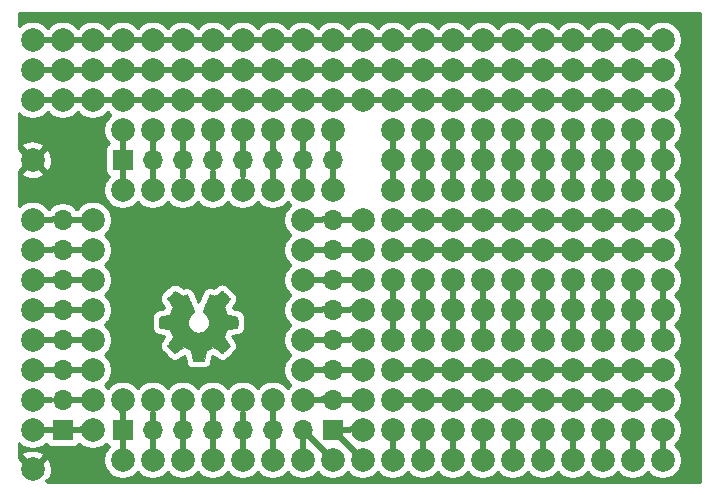
<source format=gbr>
G04 #@! TF.GenerationSoftware,KiCad,Pcbnew,5.1.5+dfsg1-2build2*
G04 #@! TF.CreationDate,2021-12-07T18:35:01-05:00*
G04 #@! TF.ProjectId,ESP32CAM_SJ4000_ENCLOSURE,45535033-3243-4414-9d5f-534a34303030,rev?*
G04 #@! TF.SameCoordinates,Original*
G04 #@! TF.FileFunction,Copper,L2,Bot*
G04 #@! TF.FilePolarity,Positive*
%FSLAX46Y46*%
G04 Gerber Fmt 4.6, Leading zero omitted, Abs format (unit mm)*
G04 Created by KiCad (PCBNEW 5.1.5+dfsg1-2build2) date 2021-12-07 18:35:01*
%MOMM*%
%LPD*%
G04 APERTURE LIST*
%ADD10C,0.010000*%
%ADD11C,2.000000*%
%ADD12C,1.998980*%
%ADD13O,1.700000X1.700000*%
%ADD14R,1.700000X1.700000*%
%ADD15C,0.500000*%
%ADD16C,0.254000*%
G04 APERTURE END LIST*
D10*
G36*
X116430614Y-129670769D02*
G01*
X116514435Y-129226145D01*
X116823720Y-129098647D01*
X117133006Y-128971149D01*
X117504046Y-129223454D01*
X117607957Y-129293704D01*
X117701887Y-129356428D01*
X117781452Y-129408762D01*
X117842270Y-129447843D01*
X117879957Y-129470807D01*
X117890221Y-129475758D01*
X117908710Y-129463024D01*
X117948220Y-129427818D01*
X118004322Y-129374638D01*
X118072587Y-129307982D01*
X118148586Y-129232346D01*
X118227892Y-129152228D01*
X118306075Y-129072126D01*
X118378707Y-128996536D01*
X118441359Y-128929955D01*
X118489603Y-128876882D01*
X118519010Y-128841813D01*
X118526041Y-128830077D01*
X118515923Y-128808440D01*
X118487559Y-128761038D01*
X118443929Y-128692507D01*
X118388018Y-128607485D01*
X118322806Y-128510607D01*
X118285019Y-128455350D01*
X118216143Y-128354452D01*
X118154940Y-128263401D01*
X118104378Y-128186730D01*
X118067428Y-128128972D01*
X118047058Y-128094657D01*
X118043997Y-128087446D01*
X118050936Y-128066952D01*
X118069851Y-128019187D01*
X118097887Y-127950868D01*
X118132191Y-127868711D01*
X118169909Y-127779430D01*
X118208187Y-127689742D01*
X118244170Y-127606362D01*
X118275006Y-127536006D01*
X118297839Y-127485390D01*
X118309817Y-127461229D01*
X118310524Y-127460278D01*
X118329331Y-127455664D01*
X118379418Y-127445372D01*
X118455593Y-127430413D01*
X118552665Y-127411799D01*
X118665443Y-127390541D01*
X118731242Y-127378282D01*
X118851750Y-127355338D01*
X118960597Y-127333505D01*
X119052276Y-127313978D01*
X119121281Y-127297952D01*
X119162104Y-127286621D01*
X119170311Y-127283026D01*
X119178348Y-127258694D01*
X119184833Y-127203741D01*
X119189770Y-127124592D01*
X119193164Y-127027674D01*
X119195018Y-126919413D01*
X119195338Y-126806235D01*
X119194127Y-126694565D01*
X119191390Y-126590832D01*
X119187131Y-126501459D01*
X119181355Y-126432874D01*
X119174067Y-126391503D01*
X119169695Y-126382890D01*
X119143564Y-126372567D01*
X119088193Y-126357808D01*
X119010907Y-126340348D01*
X118919030Y-126321920D01*
X118886958Y-126315959D01*
X118732324Y-126287634D01*
X118610175Y-126264824D01*
X118516473Y-126246620D01*
X118447184Y-126232117D01*
X118398271Y-126220408D01*
X118365697Y-126210585D01*
X118345428Y-126201744D01*
X118333426Y-126192976D01*
X118331747Y-126191243D01*
X118314984Y-126163329D01*
X118289414Y-126109005D01*
X118257588Y-126034923D01*
X118222060Y-125947735D01*
X118185383Y-125854092D01*
X118150111Y-125760648D01*
X118118796Y-125674053D01*
X118093993Y-125600960D01*
X118078254Y-125548022D01*
X118074132Y-125521889D01*
X118074476Y-125520974D01*
X118088441Y-125499614D01*
X118120122Y-125452616D01*
X118166191Y-125384873D01*
X118223318Y-125301277D01*
X118288173Y-125206718D01*
X118306643Y-125179846D01*
X118372499Y-125082425D01*
X118430450Y-124993537D01*
X118477338Y-124918288D01*
X118510007Y-124861780D01*
X118525300Y-124829119D01*
X118526041Y-124825107D01*
X118513192Y-124804016D01*
X118477688Y-124762236D01*
X118424093Y-124704255D01*
X118356971Y-124634565D01*
X118280887Y-124557655D01*
X118200404Y-124478017D01*
X118120087Y-124400139D01*
X118044499Y-124328514D01*
X117978205Y-124267630D01*
X117925769Y-124221979D01*
X117891755Y-124196050D01*
X117882345Y-124191817D01*
X117860443Y-124201788D01*
X117815600Y-124228680D01*
X117755121Y-124267964D01*
X117708589Y-124299583D01*
X117624275Y-124357602D01*
X117524426Y-124425916D01*
X117424273Y-124494121D01*
X117370427Y-124530625D01*
X117188171Y-124653900D01*
X117035181Y-124571180D01*
X116965482Y-124534941D01*
X116906214Y-124506774D01*
X116866111Y-124490709D01*
X116855903Y-124488474D01*
X116843629Y-124504978D01*
X116819413Y-124551618D01*
X116785063Y-124624091D01*
X116742388Y-124718094D01*
X116693194Y-124829326D01*
X116639290Y-124953485D01*
X116582484Y-125086268D01*
X116524582Y-125223373D01*
X116467393Y-125360498D01*
X116412724Y-125493342D01*
X116362384Y-125617602D01*
X116318180Y-125728975D01*
X116281919Y-125823161D01*
X116255409Y-125895856D01*
X116240458Y-125942759D01*
X116238054Y-125958867D01*
X116257111Y-125979414D01*
X116298836Y-126012767D01*
X116354506Y-126051998D01*
X116359178Y-126055101D01*
X116503064Y-126170277D01*
X116619083Y-126304647D01*
X116706230Y-126453916D01*
X116763499Y-126613787D01*
X116789886Y-126779963D01*
X116784385Y-126948148D01*
X116745990Y-127114045D01*
X116673695Y-127273358D01*
X116652426Y-127308213D01*
X116541796Y-127448963D01*
X116411102Y-127561986D01*
X116264864Y-127646697D01*
X116107608Y-127702506D01*
X115943857Y-127728826D01*
X115778133Y-127725070D01*
X115614962Y-127690650D01*
X115458865Y-127624977D01*
X115314367Y-127527465D01*
X115269669Y-127487887D01*
X115155912Y-127363997D01*
X115073018Y-127233576D01*
X115016156Y-127087385D01*
X114984487Y-126942612D01*
X114976669Y-126779840D01*
X115002738Y-126616260D01*
X115060045Y-126457402D01*
X115145944Y-126308794D01*
X115257786Y-126175965D01*
X115392923Y-126064444D01*
X115410683Y-126052689D01*
X115466950Y-126014192D01*
X115509723Y-125980837D01*
X115530172Y-125959540D01*
X115530469Y-125958867D01*
X115526079Y-125935829D01*
X115508676Y-125883543D01*
X115480068Y-125806310D01*
X115442065Y-125708432D01*
X115396474Y-125594209D01*
X115345103Y-125467942D01*
X115289762Y-125333933D01*
X115232258Y-125196482D01*
X115174401Y-125059892D01*
X115117998Y-124928463D01*
X115064858Y-124806495D01*
X115016790Y-124698291D01*
X114975601Y-124608151D01*
X114943101Y-124540377D01*
X114921097Y-124499270D01*
X114912236Y-124488474D01*
X114885160Y-124496881D01*
X114834497Y-124519428D01*
X114768983Y-124552087D01*
X114732959Y-124571180D01*
X114579968Y-124653900D01*
X114397712Y-124530625D01*
X114304675Y-124467472D01*
X114202815Y-124397973D01*
X114107362Y-124332535D01*
X114059550Y-124299583D01*
X113992305Y-124254427D01*
X113935364Y-124218643D01*
X113896154Y-124196762D01*
X113883419Y-124192137D01*
X113864883Y-124204615D01*
X113823859Y-124239448D01*
X113764325Y-124293022D01*
X113690258Y-124361717D01*
X113605635Y-124441919D01*
X113552115Y-124493414D01*
X113458481Y-124585414D01*
X113377559Y-124667701D01*
X113312623Y-124736755D01*
X113266942Y-124789056D01*
X113243789Y-124821084D01*
X113241568Y-124827584D01*
X113251876Y-124852306D01*
X113280361Y-124902295D01*
X113323863Y-124972488D01*
X113379223Y-125057825D01*
X113443280Y-125153244D01*
X113461497Y-125179846D01*
X113527873Y-125276533D01*
X113587422Y-125363583D01*
X113636816Y-125436105D01*
X113672725Y-125489207D01*
X113691819Y-125517997D01*
X113693664Y-125520974D01*
X113690905Y-125543918D01*
X113676262Y-125594364D01*
X113652287Y-125665659D01*
X113621534Y-125751153D01*
X113586556Y-125844193D01*
X113549907Y-125938126D01*
X113514139Y-126026301D01*
X113481806Y-126102066D01*
X113455462Y-126158769D01*
X113437658Y-126189757D01*
X113436393Y-126191243D01*
X113425506Y-126200099D01*
X113407118Y-126208857D01*
X113377194Y-126218423D01*
X113331697Y-126229704D01*
X113266591Y-126243607D01*
X113177839Y-126261037D01*
X113061407Y-126282902D01*
X112913258Y-126310109D01*
X112881182Y-126315959D01*
X112786114Y-126334326D01*
X112703235Y-126352295D01*
X112639870Y-126368131D01*
X112603342Y-126380100D01*
X112598444Y-126382890D01*
X112590373Y-126407628D01*
X112583813Y-126462910D01*
X112578767Y-126542311D01*
X112575241Y-126639404D01*
X112573239Y-126747762D01*
X112572764Y-126860960D01*
X112573823Y-126972572D01*
X112576418Y-127076171D01*
X112580554Y-127165332D01*
X112586237Y-127233628D01*
X112593469Y-127274634D01*
X112597829Y-127283026D01*
X112622102Y-127291492D01*
X112677374Y-127305265D01*
X112758138Y-127323150D01*
X112858888Y-127343952D01*
X112974117Y-127366477D01*
X113036898Y-127378282D01*
X113156013Y-127400549D01*
X113262235Y-127420721D01*
X113350373Y-127437785D01*
X113415234Y-127450731D01*
X113451626Y-127458545D01*
X113457616Y-127460278D01*
X113467739Y-127479810D01*
X113489138Y-127526857D01*
X113518961Y-127594697D01*
X113554355Y-127676609D01*
X113592468Y-127765872D01*
X113630447Y-127855765D01*
X113665440Y-127939565D01*
X113694594Y-128010553D01*
X113715057Y-128062006D01*
X113723977Y-128087203D01*
X113724143Y-128088304D01*
X113714031Y-128108181D01*
X113685683Y-128153923D01*
X113642077Y-128220983D01*
X113586194Y-128304816D01*
X113521013Y-128400874D01*
X113483121Y-128456050D01*
X113414075Y-128557219D01*
X113352750Y-128649070D01*
X113302137Y-128726956D01*
X113265229Y-128786231D01*
X113245018Y-128822249D01*
X113242099Y-128830323D01*
X113254647Y-128849116D01*
X113289337Y-128889243D01*
X113341737Y-128946207D01*
X113407416Y-129015515D01*
X113481944Y-129092669D01*
X113560887Y-129173175D01*
X113639817Y-129252537D01*
X113714300Y-129326260D01*
X113779906Y-129389848D01*
X113832204Y-129438806D01*
X113866761Y-129468639D01*
X113878322Y-129475758D01*
X113897146Y-129465747D01*
X113942169Y-129437622D01*
X114009013Y-129394246D01*
X114093301Y-129338482D01*
X114190656Y-129273194D01*
X114264093Y-129223454D01*
X114635133Y-128971149D01*
X115253705Y-129226145D01*
X115337525Y-129670769D01*
X115421346Y-130115393D01*
X116346794Y-130115393D01*
X116430614Y-129670769D01*
G37*
X116430614Y-129670769D02*
X116514435Y-129226145D01*
X116823720Y-129098647D01*
X117133006Y-128971149D01*
X117504046Y-129223454D01*
X117607957Y-129293704D01*
X117701887Y-129356428D01*
X117781452Y-129408762D01*
X117842270Y-129447843D01*
X117879957Y-129470807D01*
X117890221Y-129475758D01*
X117908710Y-129463024D01*
X117948220Y-129427818D01*
X118004322Y-129374638D01*
X118072587Y-129307982D01*
X118148586Y-129232346D01*
X118227892Y-129152228D01*
X118306075Y-129072126D01*
X118378707Y-128996536D01*
X118441359Y-128929955D01*
X118489603Y-128876882D01*
X118519010Y-128841813D01*
X118526041Y-128830077D01*
X118515923Y-128808440D01*
X118487559Y-128761038D01*
X118443929Y-128692507D01*
X118388018Y-128607485D01*
X118322806Y-128510607D01*
X118285019Y-128455350D01*
X118216143Y-128354452D01*
X118154940Y-128263401D01*
X118104378Y-128186730D01*
X118067428Y-128128972D01*
X118047058Y-128094657D01*
X118043997Y-128087446D01*
X118050936Y-128066952D01*
X118069851Y-128019187D01*
X118097887Y-127950868D01*
X118132191Y-127868711D01*
X118169909Y-127779430D01*
X118208187Y-127689742D01*
X118244170Y-127606362D01*
X118275006Y-127536006D01*
X118297839Y-127485390D01*
X118309817Y-127461229D01*
X118310524Y-127460278D01*
X118329331Y-127455664D01*
X118379418Y-127445372D01*
X118455593Y-127430413D01*
X118552665Y-127411799D01*
X118665443Y-127390541D01*
X118731242Y-127378282D01*
X118851750Y-127355338D01*
X118960597Y-127333505D01*
X119052276Y-127313978D01*
X119121281Y-127297952D01*
X119162104Y-127286621D01*
X119170311Y-127283026D01*
X119178348Y-127258694D01*
X119184833Y-127203741D01*
X119189770Y-127124592D01*
X119193164Y-127027674D01*
X119195018Y-126919413D01*
X119195338Y-126806235D01*
X119194127Y-126694565D01*
X119191390Y-126590832D01*
X119187131Y-126501459D01*
X119181355Y-126432874D01*
X119174067Y-126391503D01*
X119169695Y-126382890D01*
X119143564Y-126372567D01*
X119088193Y-126357808D01*
X119010907Y-126340348D01*
X118919030Y-126321920D01*
X118886958Y-126315959D01*
X118732324Y-126287634D01*
X118610175Y-126264824D01*
X118516473Y-126246620D01*
X118447184Y-126232117D01*
X118398271Y-126220408D01*
X118365697Y-126210585D01*
X118345428Y-126201744D01*
X118333426Y-126192976D01*
X118331747Y-126191243D01*
X118314984Y-126163329D01*
X118289414Y-126109005D01*
X118257588Y-126034923D01*
X118222060Y-125947735D01*
X118185383Y-125854092D01*
X118150111Y-125760648D01*
X118118796Y-125674053D01*
X118093993Y-125600960D01*
X118078254Y-125548022D01*
X118074132Y-125521889D01*
X118074476Y-125520974D01*
X118088441Y-125499614D01*
X118120122Y-125452616D01*
X118166191Y-125384873D01*
X118223318Y-125301277D01*
X118288173Y-125206718D01*
X118306643Y-125179846D01*
X118372499Y-125082425D01*
X118430450Y-124993537D01*
X118477338Y-124918288D01*
X118510007Y-124861780D01*
X118525300Y-124829119D01*
X118526041Y-124825107D01*
X118513192Y-124804016D01*
X118477688Y-124762236D01*
X118424093Y-124704255D01*
X118356971Y-124634565D01*
X118280887Y-124557655D01*
X118200404Y-124478017D01*
X118120087Y-124400139D01*
X118044499Y-124328514D01*
X117978205Y-124267630D01*
X117925769Y-124221979D01*
X117891755Y-124196050D01*
X117882345Y-124191817D01*
X117860443Y-124201788D01*
X117815600Y-124228680D01*
X117755121Y-124267964D01*
X117708589Y-124299583D01*
X117624275Y-124357602D01*
X117524426Y-124425916D01*
X117424273Y-124494121D01*
X117370427Y-124530625D01*
X117188171Y-124653900D01*
X117035181Y-124571180D01*
X116965482Y-124534941D01*
X116906214Y-124506774D01*
X116866111Y-124490709D01*
X116855903Y-124488474D01*
X116843629Y-124504978D01*
X116819413Y-124551618D01*
X116785063Y-124624091D01*
X116742388Y-124718094D01*
X116693194Y-124829326D01*
X116639290Y-124953485D01*
X116582484Y-125086268D01*
X116524582Y-125223373D01*
X116467393Y-125360498D01*
X116412724Y-125493342D01*
X116362384Y-125617602D01*
X116318180Y-125728975D01*
X116281919Y-125823161D01*
X116255409Y-125895856D01*
X116240458Y-125942759D01*
X116238054Y-125958867D01*
X116257111Y-125979414D01*
X116298836Y-126012767D01*
X116354506Y-126051998D01*
X116359178Y-126055101D01*
X116503064Y-126170277D01*
X116619083Y-126304647D01*
X116706230Y-126453916D01*
X116763499Y-126613787D01*
X116789886Y-126779963D01*
X116784385Y-126948148D01*
X116745990Y-127114045D01*
X116673695Y-127273358D01*
X116652426Y-127308213D01*
X116541796Y-127448963D01*
X116411102Y-127561986D01*
X116264864Y-127646697D01*
X116107608Y-127702506D01*
X115943857Y-127728826D01*
X115778133Y-127725070D01*
X115614962Y-127690650D01*
X115458865Y-127624977D01*
X115314367Y-127527465D01*
X115269669Y-127487887D01*
X115155912Y-127363997D01*
X115073018Y-127233576D01*
X115016156Y-127087385D01*
X114984487Y-126942612D01*
X114976669Y-126779840D01*
X115002738Y-126616260D01*
X115060045Y-126457402D01*
X115145944Y-126308794D01*
X115257786Y-126175965D01*
X115392923Y-126064444D01*
X115410683Y-126052689D01*
X115466950Y-126014192D01*
X115509723Y-125980837D01*
X115530172Y-125959540D01*
X115530469Y-125958867D01*
X115526079Y-125935829D01*
X115508676Y-125883543D01*
X115480068Y-125806310D01*
X115442065Y-125708432D01*
X115396474Y-125594209D01*
X115345103Y-125467942D01*
X115289762Y-125333933D01*
X115232258Y-125196482D01*
X115174401Y-125059892D01*
X115117998Y-124928463D01*
X115064858Y-124806495D01*
X115016790Y-124698291D01*
X114975601Y-124608151D01*
X114943101Y-124540377D01*
X114921097Y-124499270D01*
X114912236Y-124488474D01*
X114885160Y-124496881D01*
X114834497Y-124519428D01*
X114768983Y-124552087D01*
X114732959Y-124571180D01*
X114579968Y-124653900D01*
X114397712Y-124530625D01*
X114304675Y-124467472D01*
X114202815Y-124397973D01*
X114107362Y-124332535D01*
X114059550Y-124299583D01*
X113992305Y-124254427D01*
X113935364Y-124218643D01*
X113896154Y-124196762D01*
X113883419Y-124192137D01*
X113864883Y-124204615D01*
X113823859Y-124239448D01*
X113764325Y-124293022D01*
X113690258Y-124361717D01*
X113605635Y-124441919D01*
X113552115Y-124493414D01*
X113458481Y-124585414D01*
X113377559Y-124667701D01*
X113312623Y-124736755D01*
X113266942Y-124789056D01*
X113243789Y-124821084D01*
X113241568Y-124827584D01*
X113251876Y-124852306D01*
X113280361Y-124902295D01*
X113323863Y-124972488D01*
X113379223Y-125057825D01*
X113443280Y-125153244D01*
X113461497Y-125179846D01*
X113527873Y-125276533D01*
X113587422Y-125363583D01*
X113636816Y-125436105D01*
X113672725Y-125489207D01*
X113691819Y-125517997D01*
X113693664Y-125520974D01*
X113690905Y-125543918D01*
X113676262Y-125594364D01*
X113652287Y-125665659D01*
X113621534Y-125751153D01*
X113586556Y-125844193D01*
X113549907Y-125938126D01*
X113514139Y-126026301D01*
X113481806Y-126102066D01*
X113455462Y-126158769D01*
X113437658Y-126189757D01*
X113436393Y-126191243D01*
X113425506Y-126200099D01*
X113407118Y-126208857D01*
X113377194Y-126218423D01*
X113331697Y-126229704D01*
X113266591Y-126243607D01*
X113177839Y-126261037D01*
X113061407Y-126282902D01*
X112913258Y-126310109D01*
X112881182Y-126315959D01*
X112786114Y-126334326D01*
X112703235Y-126352295D01*
X112639870Y-126368131D01*
X112603342Y-126380100D01*
X112598444Y-126382890D01*
X112590373Y-126407628D01*
X112583813Y-126462910D01*
X112578767Y-126542311D01*
X112575241Y-126639404D01*
X112573239Y-126747762D01*
X112572764Y-126860960D01*
X112573823Y-126972572D01*
X112576418Y-127076171D01*
X112580554Y-127165332D01*
X112586237Y-127233628D01*
X112593469Y-127274634D01*
X112597829Y-127283026D01*
X112622102Y-127291492D01*
X112677374Y-127305265D01*
X112758138Y-127323150D01*
X112858888Y-127343952D01*
X112974117Y-127366477D01*
X113036898Y-127378282D01*
X113156013Y-127400549D01*
X113262235Y-127420721D01*
X113350373Y-127437785D01*
X113415234Y-127450731D01*
X113451626Y-127458545D01*
X113457616Y-127460278D01*
X113467739Y-127479810D01*
X113489138Y-127526857D01*
X113518961Y-127594697D01*
X113554355Y-127676609D01*
X113592468Y-127765872D01*
X113630447Y-127855765D01*
X113665440Y-127939565D01*
X113694594Y-128010553D01*
X113715057Y-128062006D01*
X113723977Y-128087203D01*
X113724143Y-128088304D01*
X113714031Y-128108181D01*
X113685683Y-128153923D01*
X113642077Y-128220983D01*
X113586194Y-128304816D01*
X113521013Y-128400874D01*
X113483121Y-128456050D01*
X113414075Y-128557219D01*
X113352750Y-128649070D01*
X113302137Y-128726956D01*
X113265229Y-128786231D01*
X113245018Y-128822249D01*
X113242099Y-128830323D01*
X113254647Y-128849116D01*
X113289337Y-128889243D01*
X113341737Y-128946207D01*
X113407416Y-129015515D01*
X113481944Y-129092669D01*
X113560887Y-129173175D01*
X113639817Y-129252537D01*
X113714300Y-129326260D01*
X113779906Y-129389848D01*
X113832204Y-129438806D01*
X113866761Y-129468639D01*
X113878322Y-129475758D01*
X113897146Y-129465747D01*
X113942169Y-129437622D01*
X114009013Y-129394246D01*
X114093301Y-129338482D01*
X114190656Y-129273194D01*
X114264093Y-129223454D01*
X114635133Y-128971149D01*
X115253705Y-129226145D01*
X115337525Y-129670769D01*
X115421346Y-130115393D01*
X116346794Y-130115393D01*
X116430614Y-129670769D01*
D11*
X129781300Y-138490000D03*
X155181300Y-138490000D03*
X152641300Y-138490000D03*
X150101300Y-138490000D03*
X147561300Y-138490000D03*
X145021300Y-138490000D03*
X142481300Y-138490000D03*
X139941300Y-138490000D03*
X137401300Y-138490000D03*
X134861300Y-138490000D03*
X132321300Y-138490000D03*
X155181300Y-135950000D03*
X152641300Y-135950000D03*
X150101300Y-135950000D03*
X147561300Y-135950000D03*
X145021300Y-135950000D03*
X142481300Y-135950000D03*
X139941300Y-135950000D03*
X137401300Y-135950000D03*
X134861300Y-135950000D03*
X132321300Y-135950000D03*
X155181300Y-133410000D03*
X152641300Y-133410000D03*
X150101300Y-133410000D03*
X147561300Y-133410000D03*
X145021300Y-133410000D03*
X142481300Y-133410000D03*
X139941300Y-133410000D03*
X137401300Y-133410000D03*
X134861300Y-133410000D03*
X132321300Y-133410000D03*
X155181300Y-130870000D03*
X152641300Y-130870000D03*
X150101300Y-130870000D03*
X147561300Y-130870000D03*
X145021300Y-130870000D03*
X142481300Y-130870000D03*
X139941300Y-130870000D03*
X137401300Y-130870000D03*
X134861300Y-130870000D03*
X132321300Y-130870000D03*
X155181300Y-128330000D03*
X152641300Y-128330000D03*
X150101300Y-128330000D03*
X147561300Y-128330000D03*
X145021300Y-128330000D03*
X142481300Y-128330000D03*
X139941300Y-128330000D03*
X137401300Y-128330000D03*
X134861300Y-128330000D03*
X132321300Y-128330000D03*
X155181300Y-125790000D03*
X152641300Y-125790000D03*
X150101300Y-125790000D03*
X147561300Y-125790000D03*
X145021300Y-125790000D03*
X142481300Y-125790000D03*
X139941300Y-125790000D03*
X137401300Y-125790000D03*
X134861300Y-125790000D03*
X132321300Y-125790000D03*
X155181300Y-123250000D03*
X152641300Y-123250000D03*
X150101300Y-123250000D03*
X147561300Y-123250000D03*
X145021300Y-123250000D03*
X142481300Y-123250000D03*
X139941300Y-123250000D03*
X137401300Y-123250000D03*
X134861300Y-123250000D03*
X132321300Y-123250000D03*
X155181300Y-120710000D03*
X152641300Y-120710000D03*
X150101300Y-120710000D03*
X147561300Y-120710000D03*
X145021300Y-120710000D03*
X142481300Y-120710000D03*
X139941300Y-120710000D03*
X137401300Y-120710000D03*
X134861300Y-120710000D03*
X132321300Y-120710000D03*
X155181300Y-118170000D03*
X152641300Y-118170000D03*
X150101300Y-118170000D03*
X147561300Y-118170000D03*
X145021300Y-118170000D03*
X142481300Y-118170000D03*
X139941300Y-118170000D03*
X137401300Y-118170000D03*
X134861300Y-118170000D03*
X132321300Y-118170000D03*
X155181300Y-115630000D03*
X152641300Y-115630000D03*
X150101300Y-115630000D03*
X147561300Y-115630000D03*
X145021300Y-115630000D03*
X142481300Y-115630000D03*
X139941300Y-115630000D03*
X137401300Y-115630000D03*
X134861300Y-115630000D03*
X132321300Y-115630000D03*
X155181300Y-113090000D03*
X152641300Y-113090000D03*
X150101300Y-113090000D03*
X147561300Y-113090000D03*
X145021300Y-113090000D03*
X142481300Y-113090000D03*
X139941300Y-113090000D03*
X137401300Y-113090000D03*
X134861300Y-113090000D03*
X132321300Y-113090000D03*
X155181300Y-110550000D03*
X152641300Y-110550000D03*
X150101300Y-110550000D03*
X147561300Y-110550000D03*
X145021300Y-110550000D03*
X142481300Y-110550000D03*
X139941300Y-110550000D03*
X137401300Y-110550000D03*
X134861300Y-110550000D03*
X155181300Y-102930000D03*
X152641300Y-102930000D03*
X150101300Y-102930000D03*
X147561300Y-102930000D03*
X145021300Y-102930000D03*
X142481300Y-102930000D03*
X139941300Y-102930000D03*
X137401300Y-102930000D03*
X134861300Y-102930000D03*
X132321300Y-102930000D03*
X129781300Y-102930000D03*
X127241300Y-102930000D03*
X124701300Y-102930000D03*
X122161300Y-102930000D03*
X119621300Y-102930000D03*
X117081300Y-102930000D03*
X114541300Y-102930000D03*
X112001300Y-102930000D03*
X109461300Y-102930000D03*
X106921300Y-102930000D03*
X104381300Y-102930000D03*
X155181300Y-105470000D03*
X152641300Y-105470000D03*
X150101300Y-105470000D03*
X147561300Y-105470000D03*
X145021300Y-105470000D03*
X142481300Y-105470000D03*
X139941300Y-105470000D03*
X137401300Y-105470000D03*
X134861300Y-105470000D03*
X132321300Y-105470000D03*
X129781300Y-105470000D03*
X127241300Y-105470000D03*
X124701300Y-105470000D03*
X122161300Y-105470000D03*
X119621300Y-105470000D03*
X117081300Y-105470000D03*
X114541300Y-105470000D03*
X112001300Y-105470000D03*
X109461300Y-105470000D03*
X106921300Y-105470000D03*
X104381300Y-105470000D03*
X155181300Y-108010000D03*
X152641300Y-108010000D03*
X150101300Y-108010000D03*
X147561300Y-108010000D03*
X145021300Y-108010000D03*
X142481300Y-108010000D03*
X139941300Y-108010000D03*
X137401300Y-108010000D03*
X134861300Y-108010000D03*
X132321300Y-108010000D03*
X129781300Y-108010000D03*
X127241300Y-108010000D03*
X124701300Y-108010000D03*
X122161300Y-108010000D03*
X119621300Y-108010000D03*
X117081300Y-108010000D03*
X114541300Y-108010000D03*
X112001300Y-108010000D03*
X109461300Y-108010000D03*
X106921300Y-108010000D03*
X104381300Y-108010000D03*
X124701300Y-138490000D03*
X122161300Y-138490000D03*
X119621300Y-138490000D03*
X117081300Y-138490000D03*
X114541300Y-138490000D03*
X112001300Y-138490000D03*
X122161300Y-133410000D03*
X119621300Y-133410000D03*
X117081300Y-133410000D03*
X114541300Y-133410000D03*
X112001300Y-133410000D03*
X127241300Y-115630000D03*
X124701300Y-115630000D03*
X122161300Y-115630000D03*
X119621300Y-115630000D03*
X117081300Y-115630000D03*
X114541300Y-115630000D03*
X112001300Y-115630000D03*
X127241300Y-110550000D03*
X124701300Y-110550000D03*
X122161300Y-110550000D03*
X119621300Y-110550000D03*
X117081300Y-110550000D03*
X114541300Y-110550000D03*
X112001300Y-110550000D03*
X124701300Y-118170000D03*
X124701300Y-120710000D03*
X124701300Y-123250000D03*
X124701300Y-125790000D03*
X124701300Y-128330000D03*
X124701300Y-130870000D03*
X106921300Y-118170000D03*
X106921300Y-120710000D03*
X106921300Y-123250000D03*
X106921300Y-125790000D03*
X106921300Y-128330000D03*
X106921300Y-130870000D03*
X106921300Y-133410000D03*
X129781300Y-118170000D03*
X129781300Y-120710000D03*
X129781300Y-123250000D03*
X129781300Y-125790000D03*
X129781300Y-128330000D03*
X129781300Y-130870000D03*
X129781300Y-133410000D03*
X101841300Y-118170000D03*
X101841300Y-120710000D03*
X101841300Y-123250000D03*
X101841300Y-125790000D03*
X101841300Y-128330000D03*
X101841300Y-130870000D03*
X101841300Y-133410000D03*
D12*
X101841300Y-139255500D03*
X101841300Y-113090000D03*
D11*
X101841300Y-135950000D03*
X109461300Y-115630000D03*
X101841300Y-108010000D03*
X109461300Y-110550000D03*
X106921300Y-135950000D03*
X124701300Y-133410000D03*
X109461300Y-133410000D03*
X129781300Y-135950000D03*
X127241300Y-138490000D03*
X109461300Y-138490000D03*
X132321300Y-110550000D03*
X101841300Y-102930000D03*
X101841300Y-105470000D03*
D13*
X127241300Y-135950000D03*
X124701300Y-135950000D03*
X122161300Y-135950000D03*
X119621300Y-135950000D03*
X117081300Y-135950000D03*
X114541300Y-135950000D03*
X112001300Y-135950000D03*
D14*
X109461300Y-135950000D03*
D13*
X127241300Y-113090000D03*
X124701300Y-113090000D03*
X122161300Y-113090000D03*
X119621300Y-113090000D03*
X117081300Y-113090000D03*
X114541300Y-113090000D03*
X112001300Y-113090000D03*
D14*
X109461300Y-113090000D03*
D13*
X104381300Y-118170000D03*
X104381300Y-120710000D03*
X104381300Y-123250000D03*
X104381300Y-125790000D03*
X104381300Y-128330000D03*
X104381300Y-130870000D03*
X104381300Y-133410000D03*
D14*
X104381300Y-135950000D03*
D13*
X127241300Y-118170000D03*
X127241300Y-120710000D03*
X127241300Y-123250000D03*
X127241300Y-125790000D03*
X127241300Y-128330000D03*
X127241300Y-130870000D03*
X127241300Y-133410000D03*
D14*
X127241300Y-135950000D03*
D15*
X101841300Y-133410000D02*
X103432300Y-133410000D01*
X117081300Y-115630000D02*
X117081300Y-114147600D01*
X119621300Y-110550000D02*
X119621300Y-112179100D01*
X114541300Y-138490000D02*
X114541300Y-136906000D01*
X117081300Y-138490000D02*
X117081300Y-136842500D01*
X124701300Y-138490000D02*
X124701300Y-136906000D01*
X155181300Y-102930000D02*
X152641300Y-102930000D01*
X152641300Y-102930000D02*
X150101300Y-102930000D01*
X150101300Y-102930000D02*
X147561300Y-102930000D01*
X147561300Y-102930000D02*
X145021300Y-102930000D01*
X145021300Y-102930000D02*
X142481300Y-102930000D01*
X142481300Y-102930000D02*
X139941300Y-102930000D01*
X139941300Y-102930000D02*
X137401300Y-102930000D01*
X137401300Y-102930000D02*
X134861300Y-102930000D01*
X134861300Y-102930000D02*
X132321300Y-102930000D01*
X132321300Y-102930000D02*
X129781300Y-102930000D01*
X129781300Y-102930000D02*
X127241300Y-102930000D01*
X127241300Y-102930000D02*
X124701300Y-102930000D01*
X124701300Y-102930000D02*
X122161300Y-102930000D01*
X122161300Y-102930000D02*
X119621300Y-102930000D01*
X119621300Y-102930000D02*
X117081300Y-102930000D01*
X117081300Y-102930000D02*
X114541300Y-102930000D01*
X114541300Y-102930000D02*
X112001300Y-102930000D01*
X112001300Y-102930000D02*
X109461300Y-102930000D01*
X109461300Y-102930000D02*
X106921300Y-102930000D01*
X106921300Y-102930000D02*
X104381300Y-102930000D01*
X104381300Y-102930000D02*
X101841300Y-102930000D01*
X101841300Y-105470000D02*
X104381300Y-105470000D01*
X104381300Y-105470000D02*
X106921300Y-105470000D01*
X106921300Y-105470000D02*
X109461300Y-105470000D01*
X109461300Y-105470000D02*
X112001300Y-105470000D01*
X112001300Y-105470000D02*
X114541300Y-105470000D01*
X114541300Y-105470000D02*
X117081300Y-105470000D01*
X117081300Y-105470000D02*
X119621300Y-105470000D01*
X119621300Y-105470000D02*
X122161300Y-105470000D01*
X122161300Y-105470000D02*
X124701300Y-105470000D01*
X124701300Y-105470000D02*
X127241300Y-105470000D01*
X127241300Y-105470000D02*
X129781300Y-105470000D01*
X129781300Y-105470000D02*
X132321300Y-105470000D01*
X132321300Y-105470000D02*
X134861300Y-105470000D01*
X134861300Y-105470000D02*
X137401300Y-105470000D01*
X137401300Y-105470000D02*
X139941300Y-105470000D01*
X139941300Y-105470000D02*
X142481300Y-105470000D01*
X142481300Y-105470000D02*
X145021300Y-105470000D01*
X145021300Y-105470000D02*
X147561300Y-105470000D01*
X147561300Y-105470000D02*
X150101300Y-105470000D01*
X150101300Y-105470000D02*
X152641300Y-105470000D01*
X152641300Y-105470000D02*
X155181300Y-105470000D01*
X155181300Y-108010000D02*
X152641300Y-108010000D01*
X152641300Y-108010000D02*
X150101300Y-108010000D01*
X150101300Y-108010000D02*
X147561300Y-108010000D01*
X147561300Y-108010000D02*
X145021300Y-108010000D01*
X145021300Y-108010000D02*
X142481300Y-108010000D01*
X142481300Y-108010000D02*
X139941300Y-108010000D01*
X139941300Y-108010000D02*
X137401300Y-108010000D01*
X137401300Y-108010000D02*
X134861300Y-108010000D01*
X134861300Y-108010000D02*
X132321300Y-108010000D01*
X132321300Y-108010000D02*
X129781300Y-108010000D01*
X129781300Y-108010000D02*
X127241300Y-108010000D01*
X127241300Y-108010000D02*
X124701300Y-108010000D01*
X124701300Y-108010000D02*
X123300800Y-108010000D01*
X123300800Y-108010000D02*
X122161300Y-108010000D01*
X122161300Y-108010000D02*
X119621300Y-108010000D01*
X119621300Y-108010000D02*
X117081300Y-108010000D01*
X117081300Y-108010000D02*
X114541300Y-108010000D01*
X114541300Y-108010000D02*
X112001300Y-108010000D01*
X112001300Y-108010000D02*
X109461300Y-108010000D01*
X109461300Y-108010000D02*
X106921300Y-108010000D01*
X106921300Y-108010000D02*
X104381300Y-108010000D01*
X104381300Y-108010000D02*
X101841300Y-108010000D01*
X155181300Y-115630000D02*
X155181300Y-113090000D01*
X155181300Y-113090000D02*
X155181300Y-110550000D01*
X152641300Y-110550000D02*
X152641300Y-113090000D01*
X152641300Y-113090000D02*
X152641300Y-115630000D01*
X150101300Y-115630000D02*
X150101300Y-113090000D01*
X150101300Y-113090000D02*
X150101300Y-110550000D01*
X147561300Y-110550000D02*
X147561300Y-113090000D01*
X147561300Y-113090000D02*
X147561300Y-115630000D01*
X145021300Y-115630000D02*
X145021300Y-113090000D01*
X145021300Y-113090000D02*
X145021300Y-110550000D01*
X142481300Y-110550000D02*
X142481300Y-113090000D01*
X142481300Y-113090000D02*
X142481300Y-115630000D01*
X139941300Y-115630000D02*
X139941300Y-113090000D01*
X139941300Y-113090000D02*
X139941300Y-110550000D01*
X137401300Y-110550000D02*
X137401300Y-113090000D01*
X137401300Y-113090000D02*
X137401300Y-115630000D01*
X134861300Y-115630000D02*
X134861300Y-113090000D01*
X134861300Y-113090000D02*
X134861300Y-110550000D01*
X132321300Y-110550000D02*
X132321300Y-113090000D01*
X132321300Y-113090000D02*
X132321300Y-115630000D01*
X132321300Y-118170000D02*
X134861300Y-118170000D01*
X134861300Y-118170000D02*
X137401300Y-118170000D01*
X137401300Y-118170000D02*
X139941300Y-118170000D01*
X139941300Y-118170000D02*
X142481300Y-118170000D01*
X142481300Y-118170000D02*
X145021300Y-118170000D01*
X145021300Y-118170000D02*
X147561300Y-118170000D01*
X147561300Y-118170000D02*
X150101300Y-118170000D01*
X150101300Y-118170000D02*
X152641300Y-118170000D01*
X152641300Y-118170000D02*
X155181300Y-118170000D01*
X155181300Y-120710000D02*
X152641300Y-120710000D01*
X152641300Y-120710000D02*
X150101300Y-120710000D01*
X150101300Y-120710000D02*
X147561300Y-120710000D01*
X147561300Y-120710000D02*
X145021300Y-120710000D01*
X145021300Y-120710000D02*
X142481300Y-120710000D01*
X142481300Y-120710000D02*
X139941300Y-120710000D01*
X139941300Y-120710000D02*
X137401300Y-120710000D01*
X137401300Y-120710000D02*
X134861300Y-120710000D01*
X134861300Y-120710000D02*
X132321300Y-120710000D01*
X132321300Y-128330000D02*
X132321300Y-125790000D01*
X132321300Y-125790000D02*
X132321300Y-123250000D01*
X134861300Y-128330000D02*
X134861300Y-125790000D01*
X137401300Y-128330000D02*
X137401300Y-125790000D01*
X139941300Y-128330000D02*
X139941300Y-125790000D01*
X142481300Y-128330000D02*
X142481300Y-125790000D01*
X145021300Y-128330000D02*
X145021300Y-125790000D01*
X147561300Y-128330000D02*
X147561300Y-125790000D01*
X150101300Y-128330000D02*
X150101300Y-125790000D01*
X152641300Y-128330000D02*
X152641300Y-125790000D01*
X155181300Y-128330000D02*
X155181300Y-125790000D01*
X134861300Y-125790000D02*
X134861300Y-123250000D01*
X137401300Y-125790000D02*
X137401300Y-123250000D01*
X139941300Y-125790000D02*
X139941300Y-123250000D01*
X142481300Y-125790000D02*
X142481300Y-123250000D01*
X145021300Y-125790000D02*
X145021300Y-123250000D01*
X147561300Y-125790000D02*
X147561300Y-123250000D01*
X150101300Y-125790000D02*
X150101300Y-123250000D01*
X152641300Y-125790000D02*
X152641300Y-123250000D01*
X155181300Y-125790000D02*
X155181300Y-123250000D01*
X132321300Y-130870000D02*
X134861300Y-130870000D01*
X134861300Y-130870000D02*
X137401300Y-130870000D01*
X137401300Y-130870000D02*
X139941300Y-130870000D01*
X139941300Y-130870000D02*
X142481300Y-130870000D01*
X142481300Y-130870000D02*
X145021300Y-130870000D01*
X145021300Y-130870000D02*
X147561300Y-130870000D01*
X147561300Y-130870000D02*
X150101300Y-130870000D01*
X150101300Y-130870000D02*
X152641300Y-130870000D01*
X152641300Y-130870000D02*
X155181300Y-130870000D01*
X155181300Y-133410000D02*
X152641300Y-133410000D01*
X152641300Y-133410000D02*
X150101300Y-133410000D01*
X150101300Y-133410000D02*
X147561300Y-133410000D01*
X147561300Y-133410000D02*
X145021300Y-133410000D01*
X145021300Y-133410000D02*
X142481300Y-133410000D01*
X142481300Y-133410000D02*
X139941300Y-133410000D01*
X139941300Y-133410000D02*
X137401300Y-133410000D01*
X137401300Y-133410000D02*
X134861300Y-133410000D01*
X134861300Y-133410000D02*
X132321300Y-133410000D01*
X155181300Y-135950000D02*
X155181300Y-138490000D01*
X152641300Y-135950000D02*
X152641300Y-138490000D01*
X150101300Y-135950000D02*
X150101300Y-138490000D01*
X147561300Y-135950000D02*
X147561300Y-138490000D01*
X145021300Y-135950000D02*
X145021300Y-138490000D01*
X142481300Y-135950000D02*
X142481300Y-138490000D01*
X139941300Y-135950000D02*
X139941300Y-138490000D01*
X137401300Y-135950000D02*
X137401300Y-138490000D01*
X134861300Y-135950000D02*
X134861300Y-138490000D01*
X132321300Y-135950000D02*
X132321300Y-138490000D01*
X127241300Y-138049000D02*
X127254000Y-138061700D01*
X127241300Y-110550000D02*
X127241300Y-112306100D01*
X127241300Y-114706400D02*
X127215900Y-114731800D01*
X127241300Y-113090000D02*
X127241300Y-114706400D01*
X124701300Y-113792000D02*
X124663200Y-113753900D01*
X124701300Y-115630000D02*
X124701300Y-113792000D01*
X124701300Y-111544100D02*
X124790200Y-111455200D01*
X124701300Y-113090000D02*
X124701300Y-111544100D01*
X122161300Y-113957100D02*
X122110500Y-113906300D01*
X122161300Y-115630000D02*
X122161300Y-113957100D01*
X122161300Y-112255300D02*
X122326400Y-112420400D01*
X122161300Y-110550000D02*
X122161300Y-112255300D01*
X119621300Y-113090000D02*
X119621300Y-114452400D01*
X117081300Y-111353600D02*
X117221000Y-111213900D01*
X117081300Y-113090000D02*
X117081300Y-111353600D01*
X114541300Y-112191800D02*
X114617500Y-112268000D01*
X114541300Y-110550000D02*
X114541300Y-112191800D01*
X114541300Y-113090000D02*
X114541300Y-114503200D01*
X112001300Y-113766600D02*
X112064800Y-113703100D01*
X112001300Y-115630000D02*
X112001300Y-113766600D01*
X112001300Y-111556800D02*
X112191800Y-111366300D01*
X112001300Y-113090000D02*
X112001300Y-111556800D01*
X109461300Y-112331500D02*
X109486700Y-112356900D01*
X109461300Y-110550000D02*
X109461300Y-112331500D01*
X109461300Y-114579400D02*
X109524800Y-114642900D01*
X109461300Y-113090000D02*
X109461300Y-114579400D01*
X128743400Y-135950000D02*
X128790700Y-135902700D01*
X127241300Y-135950000D02*
X128743400Y-135950000D01*
X127241300Y-135953500D02*
X129463800Y-138176000D01*
X127241300Y-135950000D02*
X127241300Y-135953500D01*
X124710500Y-135950000D02*
X127495300Y-138734800D01*
X124701300Y-135950000D02*
X124710500Y-135950000D01*
X122161300Y-135950000D02*
X122161300Y-134264400D01*
X122161300Y-136715500D02*
X122110500Y-136664700D01*
X122161300Y-138490000D02*
X122161300Y-136715500D01*
X119621300Y-135950000D02*
X119621300Y-134531100D01*
X119621300Y-136728200D02*
X119659400Y-136690100D01*
X119621300Y-138490000D02*
X119621300Y-136728200D01*
X117081300Y-134416800D02*
X117068600Y-134404100D01*
X117081300Y-135950000D02*
X117081300Y-134416800D01*
X114541300Y-134175500D02*
X114515900Y-134150100D01*
X114541300Y-135950000D02*
X114541300Y-134175500D01*
X112001300Y-135950000D02*
X112001300Y-134543800D01*
X112001300Y-136702800D02*
X112090200Y-136613900D01*
X112001300Y-138490000D02*
X112001300Y-136702800D01*
X109461300Y-134442200D02*
X109423200Y-134404100D01*
X109461300Y-135950000D02*
X109461300Y-134442200D01*
X109461300Y-136563100D02*
X109562900Y-136461500D01*
X109461300Y-138490000D02*
X109461300Y-136563100D01*
X103457700Y-118170000D02*
X103543100Y-118084600D01*
X101841300Y-118170000D02*
X103457700Y-118170000D01*
X106035800Y-118170000D02*
X106057700Y-118148100D01*
X104381300Y-118170000D02*
X106035800Y-118170000D01*
X103521200Y-120710000D02*
X103593900Y-120637300D01*
X101841300Y-120710000D02*
X103521200Y-120710000D01*
X106003400Y-120710000D02*
X106032300Y-120738900D01*
X104381300Y-120710000D02*
X106003400Y-120710000D01*
X103559300Y-123250000D02*
X103644700Y-123164600D01*
X101841300Y-123250000D02*
X103559300Y-123250000D01*
X106041500Y-123250000D02*
X106083100Y-123291600D01*
X104381300Y-123250000D02*
X106041500Y-123250000D01*
X103666600Y-125790000D02*
X103682800Y-125806200D01*
X101841300Y-125790000D02*
X103666600Y-125790000D01*
X106035800Y-125790000D02*
X106108500Y-125717300D01*
X104381300Y-125790000D02*
X106035800Y-125790000D01*
X103666600Y-128330000D02*
X103682800Y-128346200D01*
X101841300Y-128330000D02*
X103666600Y-128330000D01*
X106150100Y-128330000D02*
X106235500Y-128244600D01*
X104381300Y-128330000D02*
X106150100Y-128330000D01*
X103704700Y-130870000D02*
X103708200Y-130873500D01*
X101841300Y-130870000D02*
X103704700Y-130870000D01*
X105978000Y-130870000D02*
X105981500Y-130873500D01*
X104381300Y-130870000D02*
X105978000Y-130870000D01*
X105952600Y-133410000D02*
X105994200Y-133451600D01*
X104381300Y-133410000D02*
X105952600Y-133410000D01*
X103622800Y-135950000D02*
X103632000Y-135940800D01*
X101841300Y-135950000D02*
X103622800Y-135950000D01*
X105896100Y-135950000D02*
X105994200Y-135851900D01*
X104381300Y-135950000D02*
X105896100Y-135950000D01*
X126368500Y-118170000D02*
X126403100Y-118135400D01*
X124701300Y-118170000D02*
X126368500Y-118170000D01*
X128863400Y-118170000D02*
X128930400Y-118237000D01*
X127241300Y-118170000D02*
X128863400Y-118170000D01*
X126399600Y-120710000D02*
X126441200Y-120751600D01*
X124701300Y-120710000D02*
X126399600Y-120710000D01*
X128926900Y-120710000D02*
X128930400Y-120713500D01*
X127241300Y-120710000D02*
X128926900Y-120710000D01*
X126450400Y-123250000D02*
X126555500Y-123355100D01*
X124701300Y-123250000D02*
X126450400Y-123250000D01*
X129010100Y-123250000D02*
X129171700Y-123088400D01*
X127241300Y-123250000D02*
X129010100Y-123250000D01*
X126381200Y-125790000D02*
X126415800Y-125755400D01*
X124701300Y-125790000D02*
X126381200Y-125790000D01*
X128756100Y-125790000D02*
X128816100Y-125730000D01*
X127241300Y-125790000D02*
X128756100Y-125790000D01*
X126412300Y-128330000D02*
X126428500Y-128346200D01*
X124701300Y-128330000D02*
X126412300Y-128330000D01*
X128756100Y-128330000D02*
X128803400Y-128282700D01*
X127241300Y-128330000D02*
X128756100Y-128330000D01*
X126432000Y-130870000D02*
X126492000Y-130810000D01*
X124701300Y-130870000D02*
X126432000Y-130870000D01*
X129073600Y-130870000D02*
X129108200Y-130835400D01*
X127241300Y-130870000D02*
X129073600Y-130870000D01*
X126393900Y-133410000D02*
X126530100Y-133273800D01*
X124701300Y-133410000D02*
X126393900Y-133410000D01*
X129022800Y-133410000D02*
X129070100Y-133362700D01*
X127241300Y-133410000D02*
X129022800Y-133410000D01*
D16*
G36*
X158340001Y-140340000D02*
G01*
X103078634Y-140340000D01*
X103092021Y-140326613D01*
X102976352Y-140210944D01*
X103240699Y-140115242D01*
X103381538Y-139825713D01*
X103463185Y-139514271D01*
X103482505Y-139192885D01*
X103438754Y-138873905D01*
X103333614Y-138569589D01*
X103240699Y-138395758D01*
X102976350Y-138300055D01*
X102020905Y-139255500D01*
X102035048Y-139269643D01*
X101855443Y-139449248D01*
X101841300Y-139435105D01*
X101827158Y-139449248D01*
X101647553Y-139269643D01*
X101661695Y-139255500D01*
X100706250Y-138300055D01*
X100660000Y-138316799D01*
X100660000Y-138120450D01*
X100885855Y-138120450D01*
X101841300Y-139075895D01*
X102796745Y-138120450D01*
X102701042Y-137856101D01*
X102411513Y-137715262D01*
X102100071Y-137633615D01*
X101778685Y-137614295D01*
X101459705Y-137658046D01*
X101155389Y-137763186D01*
X100981558Y-137856101D01*
X100885855Y-138120450D01*
X100660000Y-138120450D01*
X100660000Y-137080939D01*
X100799048Y-137219987D01*
X101066837Y-137398918D01*
X101364388Y-137522168D01*
X101680267Y-137585000D01*
X102002333Y-137585000D01*
X102318212Y-137522168D01*
X102615763Y-137398918D01*
X102883552Y-137219987D01*
X102982748Y-137120791D01*
X103000763Y-137154494D01*
X103080115Y-137251185D01*
X103176806Y-137330537D01*
X103287120Y-137389502D01*
X103406818Y-137425812D01*
X103531300Y-137438072D01*
X105231300Y-137438072D01*
X105355782Y-137425812D01*
X105475480Y-137389502D01*
X105585794Y-137330537D01*
X105682485Y-137251185D01*
X105761837Y-137154494D01*
X105779852Y-137120791D01*
X105879048Y-137219987D01*
X106146837Y-137398918D01*
X106444388Y-137522168D01*
X106760267Y-137585000D01*
X107082333Y-137585000D01*
X107398212Y-137522168D01*
X107695763Y-137398918D01*
X107963552Y-137219987D01*
X108062748Y-137120791D01*
X108080763Y-137154494D01*
X108160115Y-137251185D01*
X108256806Y-137330537D01*
X108290509Y-137348552D01*
X108191313Y-137447748D01*
X108012382Y-137715537D01*
X107889132Y-138013088D01*
X107826300Y-138328967D01*
X107826300Y-138651033D01*
X107889132Y-138966912D01*
X108012382Y-139264463D01*
X108191313Y-139532252D01*
X108419048Y-139759987D01*
X108686837Y-139938918D01*
X108984388Y-140062168D01*
X109300267Y-140125000D01*
X109622333Y-140125000D01*
X109938212Y-140062168D01*
X110235763Y-139938918D01*
X110503552Y-139759987D01*
X110731287Y-139532252D01*
X110731300Y-139532233D01*
X110731313Y-139532252D01*
X110959048Y-139759987D01*
X111226837Y-139938918D01*
X111524388Y-140062168D01*
X111840267Y-140125000D01*
X112162333Y-140125000D01*
X112478212Y-140062168D01*
X112775763Y-139938918D01*
X113043552Y-139759987D01*
X113271287Y-139532252D01*
X113271300Y-139532233D01*
X113271313Y-139532252D01*
X113499048Y-139759987D01*
X113766837Y-139938918D01*
X114064388Y-140062168D01*
X114380267Y-140125000D01*
X114702333Y-140125000D01*
X115018212Y-140062168D01*
X115315763Y-139938918D01*
X115583552Y-139759987D01*
X115811287Y-139532252D01*
X115811300Y-139532233D01*
X115811313Y-139532252D01*
X116039048Y-139759987D01*
X116306837Y-139938918D01*
X116604388Y-140062168D01*
X116920267Y-140125000D01*
X117242333Y-140125000D01*
X117558212Y-140062168D01*
X117855763Y-139938918D01*
X118123552Y-139759987D01*
X118351287Y-139532252D01*
X118351300Y-139532233D01*
X118351313Y-139532252D01*
X118579048Y-139759987D01*
X118846837Y-139938918D01*
X119144388Y-140062168D01*
X119460267Y-140125000D01*
X119782333Y-140125000D01*
X120098212Y-140062168D01*
X120395763Y-139938918D01*
X120663552Y-139759987D01*
X120891287Y-139532252D01*
X120891300Y-139532233D01*
X120891313Y-139532252D01*
X121119048Y-139759987D01*
X121386837Y-139938918D01*
X121684388Y-140062168D01*
X122000267Y-140125000D01*
X122322333Y-140125000D01*
X122638212Y-140062168D01*
X122935763Y-139938918D01*
X123203552Y-139759987D01*
X123431287Y-139532252D01*
X123431300Y-139532233D01*
X123431313Y-139532252D01*
X123659048Y-139759987D01*
X123926837Y-139938918D01*
X124224388Y-140062168D01*
X124540267Y-140125000D01*
X124862333Y-140125000D01*
X125178212Y-140062168D01*
X125475763Y-139938918D01*
X125743552Y-139759987D01*
X125971287Y-139532252D01*
X125971300Y-139532233D01*
X125971313Y-139532252D01*
X126199048Y-139759987D01*
X126466837Y-139938918D01*
X126764388Y-140062168D01*
X127080267Y-140125000D01*
X127402333Y-140125000D01*
X127718212Y-140062168D01*
X128015763Y-139938918D01*
X128283552Y-139759987D01*
X128511287Y-139532252D01*
X128511300Y-139532233D01*
X128511313Y-139532252D01*
X128739048Y-139759987D01*
X129006837Y-139938918D01*
X129304388Y-140062168D01*
X129620267Y-140125000D01*
X129942333Y-140125000D01*
X130258212Y-140062168D01*
X130555763Y-139938918D01*
X130823552Y-139759987D01*
X131051287Y-139532252D01*
X131051300Y-139532233D01*
X131051313Y-139532252D01*
X131279048Y-139759987D01*
X131546837Y-139938918D01*
X131844388Y-140062168D01*
X132160267Y-140125000D01*
X132482333Y-140125000D01*
X132798212Y-140062168D01*
X133095763Y-139938918D01*
X133363552Y-139759987D01*
X133591287Y-139532252D01*
X133591300Y-139532233D01*
X133591313Y-139532252D01*
X133819048Y-139759987D01*
X134086837Y-139938918D01*
X134384388Y-140062168D01*
X134700267Y-140125000D01*
X135022333Y-140125000D01*
X135338212Y-140062168D01*
X135635763Y-139938918D01*
X135903552Y-139759987D01*
X136131287Y-139532252D01*
X136131300Y-139532233D01*
X136131313Y-139532252D01*
X136359048Y-139759987D01*
X136626837Y-139938918D01*
X136924388Y-140062168D01*
X137240267Y-140125000D01*
X137562333Y-140125000D01*
X137878212Y-140062168D01*
X138175763Y-139938918D01*
X138443552Y-139759987D01*
X138671287Y-139532252D01*
X138671300Y-139532233D01*
X138671313Y-139532252D01*
X138899048Y-139759987D01*
X139166837Y-139938918D01*
X139464388Y-140062168D01*
X139780267Y-140125000D01*
X140102333Y-140125000D01*
X140418212Y-140062168D01*
X140715763Y-139938918D01*
X140983552Y-139759987D01*
X141211287Y-139532252D01*
X141211300Y-139532233D01*
X141211313Y-139532252D01*
X141439048Y-139759987D01*
X141706837Y-139938918D01*
X142004388Y-140062168D01*
X142320267Y-140125000D01*
X142642333Y-140125000D01*
X142958212Y-140062168D01*
X143255763Y-139938918D01*
X143523552Y-139759987D01*
X143751287Y-139532252D01*
X143751300Y-139532233D01*
X143751313Y-139532252D01*
X143979048Y-139759987D01*
X144246837Y-139938918D01*
X144544388Y-140062168D01*
X144860267Y-140125000D01*
X145182333Y-140125000D01*
X145498212Y-140062168D01*
X145795763Y-139938918D01*
X146063552Y-139759987D01*
X146291287Y-139532252D01*
X146291300Y-139532233D01*
X146291313Y-139532252D01*
X146519048Y-139759987D01*
X146786837Y-139938918D01*
X147084388Y-140062168D01*
X147400267Y-140125000D01*
X147722333Y-140125000D01*
X148038212Y-140062168D01*
X148335763Y-139938918D01*
X148603552Y-139759987D01*
X148831287Y-139532252D01*
X148831300Y-139532233D01*
X148831313Y-139532252D01*
X149059048Y-139759987D01*
X149326837Y-139938918D01*
X149624388Y-140062168D01*
X149940267Y-140125000D01*
X150262333Y-140125000D01*
X150578212Y-140062168D01*
X150875763Y-139938918D01*
X151143552Y-139759987D01*
X151371287Y-139532252D01*
X151371300Y-139532233D01*
X151371313Y-139532252D01*
X151599048Y-139759987D01*
X151866837Y-139938918D01*
X152164388Y-140062168D01*
X152480267Y-140125000D01*
X152802333Y-140125000D01*
X153118212Y-140062168D01*
X153415763Y-139938918D01*
X153683552Y-139759987D01*
X153911287Y-139532252D01*
X153911300Y-139532233D01*
X153911313Y-139532252D01*
X154139048Y-139759987D01*
X154406837Y-139938918D01*
X154704388Y-140062168D01*
X155020267Y-140125000D01*
X155342333Y-140125000D01*
X155658212Y-140062168D01*
X155955763Y-139938918D01*
X156223552Y-139759987D01*
X156451287Y-139532252D01*
X156630218Y-139264463D01*
X156753468Y-138966912D01*
X156816300Y-138651033D01*
X156816300Y-138328967D01*
X156753468Y-138013088D01*
X156630218Y-137715537D01*
X156451287Y-137447748D01*
X156223552Y-137220013D01*
X156223533Y-137220000D01*
X156223552Y-137219987D01*
X156451287Y-136992252D01*
X156630218Y-136724463D01*
X156753468Y-136426912D01*
X156816300Y-136111033D01*
X156816300Y-135788967D01*
X156753468Y-135473088D01*
X156630218Y-135175537D01*
X156451287Y-134907748D01*
X156223552Y-134680013D01*
X156223533Y-134680000D01*
X156223552Y-134679987D01*
X156451287Y-134452252D01*
X156630218Y-134184463D01*
X156753468Y-133886912D01*
X156816300Y-133571033D01*
X156816300Y-133248967D01*
X156753468Y-132933088D01*
X156630218Y-132635537D01*
X156451287Y-132367748D01*
X156223552Y-132140013D01*
X156223533Y-132140000D01*
X156223552Y-132139987D01*
X156451287Y-131912252D01*
X156630218Y-131644463D01*
X156753468Y-131346912D01*
X156816300Y-131031033D01*
X156816300Y-130708967D01*
X156753468Y-130393088D01*
X156630218Y-130095537D01*
X156451287Y-129827748D01*
X156223552Y-129600013D01*
X156223533Y-129600000D01*
X156223552Y-129599987D01*
X156451287Y-129372252D01*
X156630218Y-129104463D01*
X156753468Y-128806912D01*
X156816300Y-128491033D01*
X156816300Y-128168967D01*
X156753468Y-127853088D01*
X156630218Y-127555537D01*
X156451287Y-127287748D01*
X156223552Y-127060013D01*
X156223533Y-127060000D01*
X156223552Y-127059987D01*
X156451287Y-126832252D01*
X156630218Y-126564463D01*
X156753468Y-126266912D01*
X156816300Y-125951033D01*
X156816300Y-125628967D01*
X156753468Y-125313088D01*
X156630218Y-125015537D01*
X156451287Y-124747748D01*
X156223552Y-124520013D01*
X156223533Y-124520000D01*
X156223552Y-124519987D01*
X156451287Y-124292252D01*
X156630218Y-124024463D01*
X156753468Y-123726912D01*
X156816300Y-123411033D01*
X156816300Y-123088967D01*
X156753468Y-122773088D01*
X156630218Y-122475537D01*
X156451287Y-122207748D01*
X156223552Y-121980013D01*
X156223533Y-121980000D01*
X156223552Y-121979987D01*
X156451287Y-121752252D01*
X156630218Y-121484463D01*
X156753468Y-121186912D01*
X156816300Y-120871033D01*
X156816300Y-120548967D01*
X156753468Y-120233088D01*
X156630218Y-119935537D01*
X156451287Y-119667748D01*
X156223552Y-119440013D01*
X156223533Y-119440000D01*
X156223552Y-119439987D01*
X156451287Y-119212252D01*
X156630218Y-118944463D01*
X156753468Y-118646912D01*
X156816300Y-118331033D01*
X156816300Y-118008967D01*
X156753468Y-117693088D01*
X156630218Y-117395537D01*
X156451287Y-117127748D01*
X156223552Y-116900013D01*
X156223533Y-116900000D01*
X156223552Y-116899987D01*
X156451287Y-116672252D01*
X156630218Y-116404463D01*
X156753468Y-116106912D01*
X156816300Y-115791033D01*
X156816300Y-115468967D01*
X156753468Y-115153088D01*
X156630218Y-114855537D01*
X156451287Y-114587748D01*
X156223552Y-114360013D01*
X156223533Y-114360000D01*
X156223552Y-114359987D01*
X156451287Y-114132252D01*
X156630218Y-113864463D01*
X156753468Y-113566912D01*
X156816300Y-113251033D01*
X156816300Y-112928967D01*
X156753468Y-112613088D01*
X156630218Y-112315537D01*
X156451287Y-112047748D01*
X156223552Y-111820013D01*
X156223533Y-111820000D01*
X156223552Y-111819987D01*
X156451287Y-111592252D01*
X156630218Y-111324463D01*
X156753468Y-111026912D01*
X156816300Y-110711033D01*
X156816300Y-110388967D01*
X156753468Y-110073088D01*
X156630218Y-109775537D01*
X156451287Y-109507748D01*
X156223552Y-109280013D01*
X156223533Y-109280000D01*
X156223552Y-109279987D01*
X156451287Y-109052252D01*
X156630218Y-108784463D01*
X156753468Y-108486912D01*
X156816300Y-108171033D01*
X156816300Y-107848967D01*
X156753468Y-107533088D01*
X156630218Y-107235537D01*
X156451287Y-106967748D01*
X156223552Y-106740013D01*
X156223533Y-106740000D01*
X156223552Y-106739987D01*
X156451287Y-106512252D01*
X156630218Y-106244463D01*
X156753468Y-105946912D01*
X156816300Y-105631033D01*
X156816300Y-105308967D01*
X156753468Y-104993088D01*
X156630218Y-104695537D01*
X156451287Y-104427748D01*
X156223552Y-104200013D01*
X156223533Y-104200000D01*
X156223552Y-104199987D01*
X156451287Y-103972252D01*
X156630218Y-103704463D01*
X156753468Y-103406912D01*
X156816300Y-103091033D01*
X156816300Y-102768967D01*
X156753468Y-102453088D01*
X156630218Y-102155537D01*
X156451287Y-101887748D01*
X156223552Y-101660013D01*
X155955763Y-101481082D01*
X155658212Y-101357832D01*
X155342333Y-101295000D01*
X155020267Y-101295000D01*
X154704388Y-101357832D01*
X154406837Y-101481082D01*
X154139048Y-101660013D01*
X153911313Y-101887748D01*
X153911300Y-101887767D01*
X153911287Y-101887748D01*
X153683552Y-101660013D01*
X153415763Y-101481082D01*
X153118212Y-101357832D01*
X152802333Y-101295000D01*
X152480267Y-101295000D01*
X152164388Y-101357832D01*
X151866837Y-101481082D01*
X151599048Y-101660013D01*
X151371313Y-101887748D01*
X151371300Y-101887767D01*
X151371287Y-101887748D01*
X151143552Y-101660013D01*
X150875763Y-101481082D01*
X150578212Y-101357832D01*
X150262333Y-101295000D01*
X149940267Y-101295000D01*
X149624388Y-101357832D01*
X149326837Y-101481082D01*
X149059048Y-101660013D01*
X148831313Y-101887748D01*
X148831300Y-101887767D01*
X148831287Y-101887748D01*
X148603552Y-101660013D01*
X148335763Y-101481082D01*
X148038212Y-101357832D01*
X147722333Y-101295000D01*
X147400267Y-101295000D01*
X147084388Y-101357832D01*
X146786837Y-101481082D01*
X146519048Y-101660013D01*
X146291313Y-101887748D01*
X146291300Y-101887767D01*
X146291287Y-101887748D01*
X146063552Y-101660013D01*
X145795763Y-101481082D01*
X145498212Y-101357832D01*
X145182333Y-101295000D01*
X144860267Y-101295000D01*
X144544388Y-101357832D01*
X144246837Y-101481082D01*
X143979048Y-101660013D01*
X143751313Y-101887748D01*
X143751300Y-101887767D01*
X143751287Y-101887748D01*
X143523552Y-101660013D01*
X143255763Y-101481082D01*
X142958212Y-101357832D01*
X142642333Y-101295000D01*
X142320267Y-101295000D01*
X142004388Y-101357832D01*
X141706837Y-101481082D01*
X141439048Y-101660013D01*
X141211313Y-101887748D01*
X141211300Y-101887767D01*
X141211287Y-101887748D01*
X140983552Y-101660013D01*
X140715763Y-101481082D01*
X140418212Y-101357832D01*
X140102333Y-101295000D01*
X139780267Y-101295000D01*
X139464388Y-101357832D01*
X139166837Y-101481082D01*
X138899048Y-101660013D01*
X138671313Y-101887748D01*
X138671300Y-101887767D01*
X138671287Y-101887748D01*
X138443552Y-101660013D01*
X138175763Y-101481082D01*
X137878212Y-101357832D01*
X137562333Y-101295000D01*
X137240267Y-101295000D01*
X136924388Y-101357832D01*
X136626837Y-101481082D01*
X136359048Y-101660013D01*
X136131313Y-101887748D01*
X136131300Y-101887767D01*
X136131287Y-101887748D01*
X135903552Y-101660013D01*
X135635763Y-101481082D01*
X135338212Y-101357832D01*
X135022333Y-101295000D01*
X134700267Y-101295000D01*
X134384388Y-101357832D01*
X134086837Y-101481082D01*
X133819048Y-101660013D01*
X133591313Y-101887748D01*
X133591300Y-101887767D01*
X133591287Y-101887748D01*
X133363552Y-101660013D01*
X133095763Y-101481082D01*
X132798212Y-101357832D01*
X132482333Y-101295000D01*
X132160267Y-101295000D01*
X131844388Y-101357832D01*
X131546837Y-101481082D01*
X131279048Y-101660013D01*
X131051313Y-101887748D01*
X131051300Y-101887767D01*
X131051287Y-101887748D01*
X130823552Y-101660013D01*
X130555763Y-101481082D01*
X130258212Y-101357832D01*
X129942333Y-101295000D01*
X129620267Y-101295000D01*
X129304388Y-101357832D01*
X129006837Y-101481082D01*
X128739048Y-101660013D01*
X128511313Y-101887748D01*
X128511300Y-101887767D01*
X128511287Y-101887748D01*
X128283552Y-101660013D01*
X128015763Y-101481082D01*
X127718212Y-101357832D01*
X127402333Y-101295000D01*
X127080267Y-101295000D01*
X126764388Y-101357832D01*
X126466837Y-101481082D01*
X126199048Y-101660013D01*
X125971313Y-101887748D01*
X125971300Y-101887767D01*
X125971287Y-101887748D01*
X125743552Y-101660013D01*
X125475763Y-101481082D01*
X125178212Y-101357832D01*
X124862333Y-101295000D01*
X124540267Y-101295000D01*
X124224388Y-101357832D01*
X123926837Y-101481082D01*
X123659048Y-101660013D01*
X123431313Y-101887748D01*
X123431300Y-101887767D01*
X123431287Y-101887748D01*
X123203552Y-101660013D01*
X122935763Y-101481082D01*
X122638212Y-101357832D01*
X122322333Y-101295000D01*
X122000267Y-101295000D01*
X121684388Y-101357832D01*
X121386837Y-101481082D01*
X121119048Y-101660013D01*
X120891313Y-101887748D01*
X120891300Y-101887767D01*
X120891287Y-101887748D01*
X120663552Y-101660013D01*
X120395763Y-101481082D01*
X120098212Y-101357832D01*
X119782333Y-101295000D01*
X119460267Y-101295000D01*
X119144388Y-101357832D01*
X118846837Y-101481082D01*
X118579048Y-101660013D01*
X118351313Y-101887748D01*
X118351300Y-101887767D01*
X118351287Y-101887748D01*
X118123552Y-101660013D01*
X117855763Y-101481082D01*
X117558212Y-101357832D01*
X117242333Y-101295000D01*
X116920267Y-101295000D01*
X116604388Y-101357832D01*
X116306837Y-101481082D01*
X116039048Y-101660013D01*
X115811313Y-101887748D01*
X115811300Y-101887767D01*
X115811287Y-101887748D01*
X115583552Y-101660013D01*
X115315763Y-101481082D01*
X115018212Y-101357832D01*
X114702333Y-101295000D01*
X114380267Y-101295000D01*
X114064388Y-101357832D01*
X113766837Y-101481082D01*
X113499048Y-101660013D01*
X113271313Y-101887748D01*
X113271300Y-101887767D01*
X113271287Y-101887748D01*
X113043552Y-101660013D01*
X112775763Y-101481082D01*
X112478212Y-101357832D01*
X112162333Y-101295000D01*
X111840267Y-101295000D01*
X111524388Y-101357832D01*
X111226837Y-101481082D01*
X110959048Y-101660013D01*
X110731313Y-101887748D01*
X110731300Y-101887767D01*
X110731287Y-101887748D01*
X110503552Y-101660013D01*
X110235763Y-101481082D01*
X109938212Y-101357832D01*
X109622333Y-101295000D01*
X109300267Y-101295000D01*
X108984388Y-101357832D01*
X108686837Y-101481082D01*
X108419048Y-101660013D01*
X108191313Y-101887748D01*
X108191300Y-101887767D01*
X108191287Y-101887748D01*
X107963552Y-101660013D01*
X107695763Y-101481082D01*
X107398212Y-101357832D01*
X107082333Y-101295000D01*
X106760267Y-101295000D01*
X106444388Y-101357832D01*
X106146837Y-101481082D01*
X105879048Y-101660013D01*
X105651313Y-101887748D01*
X105651300Y-101887767D01*
X105651287Y-101887748D01*
X105423552Y-101660013D01*
X105155763Y-101481082D01*
X104858212Y-101357832D01*
X104542333Y-101295000D01*
X104220267Y-101295000D01*
X103904388Y-101357832D01*
X103606837Y-101481082D01*
X103339048Y-101660013D01*
X103111313Y-101887748D01*
X103111300Y-101887767D01*
X103111287Y-101887748D01*
X102883552Y-101660013D01*
X102615763Y-101481082D01*
X102318212Y-101357832D01*
X102002333Y-101295000D01*
X101680267Y-101295000D01*
X101364388Y-101357832D01*
X101066837Y-101481082D01*
X100799048Y-101660013D01*
X100660000Y-101799061D01*
X100660000Y-100660000D01*
X158340000Y-100660000D01*
X158340001Y-140340000D01*
G37*
X158340001Y-140340000D02*
X103078634Y-140340000D01*
X103092021Y-140326613D01*
X102976352Y-140210944D01*
X103240699Y-140115242D01*
X103381538Y-139825713D01*
X103463185Y-139514271D01*
X103482505Y-139192885D01*
X103438754Y-138873905D01*
X103333614Y-138569589D01*
X103240699Y-138395758D01*
X102976350Y-138300055D01*
X102020905Y-139255500D01*
X102035048Y-139269643D01*
X101855443Y-139449248D01*
X101841300Y-139435105D01*
X101827158Y-139449248D01*
X101647553Y-139269643D01*
X101661695Y-139255500D01*
X100706250Y-138300055D01*
X100660000Y-138316799D01*
X100660000Y-138120450D01*
X100885855Y-138120450D01*
X101841300Y-139075895D01*
X102796745Y-138120450D01*
X102701042Y-137856101D01*
X102411513Y-137715262D01*
X102100071Y-137633615D01*
X101778685Y-137614295D01*
X101459705Y-137658046D01*
X101155389Y-137763186D01*
X100981558Y-137856101D01*
X100885855Y-138120450D01*
X100660000Y-138120450D01*
X100660000Y-137080939D01*
X100799048Y-137219987D01*
X101066837Y-137398918D01*
X101364388Y-137522168D01*
X101680267Y-137585000D01*
X102002333Y-137585000D01*
X102318212Y-137522168D01*
X102615763Y-137398918D01*
X102883552Y-137219987D01*
X102982748Y-137120791D01*
X103000763Y-137154494D01*
X103080115Y-137251185D01*
X103176806Y-137330537D01*
X103287120Y-137389502D01*
X103406818Y-137425812D01*
X103531300Y-137438072D01*
X105231300Y-137438072D01*
X105355782Y-137425812D01*
X105475480Y-137389502D01*
X105585794Y-137330537D01*
X105682485Y-137251185D01*
X105761837Y-137154494D01*
X105779852Y-137120791D01*
X105879048Y-137219987D01*
X106146837Y-137398918D01*
X106444388Y-137522168D01*
X106760267Y-137585000D01*
X107082333Y-137585000D01*
X107398212Y-137522168D01*
X107695763Y-137398918D01*
X107963552Y-137219987D01*
X108062748Y-137120791D01*
X108080763Y-137154494D01*
X108160115Y-137251185D01*
X108256806Y-137330537D01*
X108290509Y-137348552D01*
X108191313Y-137447748D01*
X108012382Y-137715537D01*
X107889132Y-138013088D01*
X107826300Y-138328967D01*
X107826300Y-138651033D01*
X107889132Y-138966912D01*
X108012382Y-139264463D01*
X108191313Y-139532252D01*
X108419048Y-139759987D01*
X108686837Y-139938918D01*
X108984388Y-140062168D01*
X109300267Y-140125000D01*
X109622333Y-140125000D01*
X109938212Y-140062168D01*
X110235763Y-139938918D01*
X110503552Y-139759987D01*
X110731287Y-139532252D01*
X110731300Y-139532233D01*
X110731313Y-139532252D01*
X110959048Y-139759987D01*
X111226837Y-139938918D01*
X111524388Y-140062168D01*
X111840267Y-140125000D01*
X112162333Y-140125000D01*
X112478212Y-140062168D01*
X112775763Y-139938918D01*
X113043552Y-139759987D01*
X113271287Y-139532252D01*
X113271300Y-139532233D01*
X113271313Y-139532252D01*
X113499048Y-139759987D01*
X113766837Y-139938918D01*
X114064388Y-140062168D01*
X114380267Y-140125000D01*
X114702333Y-140125000D01*
X115018212Y-140062168D01*
X115315763Y-139938918D01*
X115583552Y-139759987D01*
X115811287Y-139532252D01*
X115811300Y-139532233D01*
X115811313Y-139532252D01*
X116039048Y-139759987D01*
X116306837Y-139938918D01*
X116604388Y-140062168D01*
X116920267Y-140125000D01*
X117242333Y-140125000D01*
X117558212Y-140062168D01*
X117855763Y-139938918D01*
X118123552Y-139759987D01*
X118351287Y-139532252D01*
X118351300Y-139532233D01*
X118351313Y-139532252D01*
X118579048Y-139759987D01*
X118846837Y-139938918D01*
X119144388Y-140062168D01*
X119460267Y-140125000D01*
X119782333Y-140125000D01*
X120098212Y-140062168D01*
X120395763Y-139938918D01*
X120663552Y-139759987D01*
X120891287Y-139532252D01*
X120891300Y-139532233D01*
X120891313Y-139532252D01*
X121119048Y-139759987D01*
X121386837Y-139938918D01*
X121684388Y-140062168D01*
X122000267Y-140125000D01*
X122322333Y-140125000D01*
X122638212Y-140062168D01*
X122935763Y-139938918D01*
X123203552Y-139759987D01*
X123431287Y-139532252D01*
X123431300Y-139532233D01*
X123431313Y-139532252D01*
X123659048Y-139759987D01*
X123926837Y-139938918D01*
X124224388Y-140062168D01*
X124540267Y-140125000D01*
X124862333Y-140125000D01*
X125178212Y-140062168D01*
X125475763Y-139938918D01*
X125743552Y-139759987D01*
X125971287Y-139532252D01*
X125971300Y-139532233D01*
X125971313Y-139532252D01*
X126199048Y-139759987D01*
X126466837Y-139938918D01*
X126764388Y-140062168D01*
X127080267Y-140125000D01*
X127402333Y-140125000D01*
X127718212Y-140062168D01*
X128015763Y-139938918D01*
X128283552Y-139759987D01*
X128511287Y-139532252D01*
X128511300Y-139532233D01*
X128511313Y-139532252D01*
X128739048Y-139759987D01*
X129006837Y-139938918D01*
X129304388Y-140062168D01*
X129620267Y-140125000D01*
X129942333Y-140125000D01*
X130258212Y-140062168D01*
X130555763Y-139938918D01*
X130823552Y-139759987D01*
X131051287Y-139532252D01*
X131051300Y-139532233D01*
X131051313Y-139532252D01*
X131279048Y-139759987D01*
X131546837Y-139938918D01*
X131844388Y-140062168D01*
X132160267Y-140125000D01*
X132482333Y-140125000D01*
X132798212Y-140062168D01*
X133095763Y-139938918D01*
X133363552Y-139759987D01*
X133591287Y-139532252D01*
X133591300Y-139532233D01*
X133591313Y-139532252D01*
X133819048Y-139759987D01*
X134086837Y-139938918D01*
X134384388Y-140062168D01*
X134700267Y-140125000D01*
X135022333Y-140125000D01*
X135338212Y-140062168D01*
X135635763Y-139938918D01*
X135903552Y-139759987D01*
X136131287Y-139532252D01*
X136131300Y-139532233D01*
X136131313Y-139532252D01*
X136359048Y-139759987D01*
X136626837Y-139938918D01*
X136924388Y-140062168D01*
X137240267Y-140125000D01*
X137562333Y-140125000D01*
X137878212Y-140062168D01*
X138175763Y-139938918D01*
X138443552Y-139759987D01*
X138671287Y-139532252D01*
X138671300Y-139532233D01*
X138671313Y-139532252D01*
X138899048Y-139759987D01*
X139166837Y-139938918D01*
X139464388Y-140062168D01*
X139780267Y-140125000D01*
X140102333Y-140125000D01*
X140418212Y-140062168D01*
X140715763Y-139938918D01*
X140983552Y-139759987D01*
X141211287Y-139532252D01*
X141211300Y-139532233D01*
X141211313Y-139532252D01*
X141439048Y-139759987D01*
X141706837Y-139938918D01*
X142004388Y-140062168D01*
X142320267Y-140125000D01*
X142642333Y-140125000D01*
X142958212Y-140062168D01*
X143255763Y-139938918D01*
X143523552Y-139759987D01*
X143751287Y-139532252D01*
X143751300Y-139532233D01*
X143751313Y-139532252D01*
X143979048Y-139759987D01*
X144246837Y-139938918D01*
X144544388Y-140062168D01*
X144860267Y-140125000D01*
X145182333Y-140125000D01*
X145498212Y-140062168D01*
X145795763Y-139938918D01*
X146063552Y-139759987D01*
X146291287Y-139532252D01*
X146291300Y-139532233D01*
X146291313Y-139532252D01*
X146519048Y-139759987D01*
X146786837Y-139938918D01*
X147084388Y-140062168D01*
X147400267Y-140125000D01*
X147722333Y-140125000D01*
X148038212Y-140062168D01*
X148335763Y-139938918D01*
X148603552Y-139759987D01*
X148831287Y-139532252D01*
X148831300Y-139532233D01*
X148831313Y-139532252D01*
X149059048Y-139759987D01*
X149326837Y-139938918D01*
X149624388Y-140062168D01*
X149940267Y-140125000D01*
X150262333Y-140125000D01*
X150578212Y-140062168D01*
X150875763Y-139938918D01*
X151143552Y-139759987D01*
X151371287Y-139532252D01*
X151371300Y-139532233D01*
X151371313Y-139532252D01*
X151599048Y-139759987D01*
X151866837Y-139938918D01*
X152164388Y-140062168D01*
X152480267Y-140125000D01*
X152802333Y-140125000D01*
X153118212Y-140062168D01*
X153415763Y-139938918D01*
X153683552Y-139759987D01*
X153911287Y-139532252D01*
X153911300Y-139532233D01*
X153911313Y-139532252D01*
X154139048Y-139759987D01*
X154406837Y-139938918D01*
X154704388Y-140062168D01*
X155020267Y-140125000D01*
X155342333Y-140125000D01*
X155658212Y-140062168D01*
X155955763Y-139938918D01*
X156223552Y-139759987D01*
X156451287Y-139532252D01*
X156630218Y-139264463D01*
X156753468Y-138966912D01*
X156816300Y-138651033D01*
X156816300Y-138328967D01*
X156753468Y-138013088D01*
X156630218Y-137715537D01*
X156451287Y-137447748D01*
X156223552Y-137220013D01*
X156223533Y-137220000D01*
X156223552Y-137219987D01*
X156451287Y-136992252D01*
X156630218Y-136724463D01*
X156753468Y-136426912D01*
X156816300Y-136111033D01*
X156816300Y-135788967D01*
X156753468Y-135473088D01*
X156630218Y-135175537D01*
X156451287Y-134907748D01*
X156223552Y-134680013D01*
X156223533Y-134680000D01*
X156223552Y-134679987D01*
X156451287Y-134452252D01*
X156630218Y-134184463D01*
X156753468Y-133886912D01*
X156816300Y-133571033D01*
X156816300Y-133248967D01*
X156753468Y-132933088D01*
X156630218Y-132635537D01*
X156451287Y-132367748D01*
X156223552Y-132140013D01*
X156223533Y-132140000D01*
X156223552Y-132139987D01*
X156451287Y-131912252D01*
X156630218Y-131644463D01*
X156753468Y-131346912D01*
X156816300Y-131031033D01*
X156816300Y-130708967D01*
X156753468Y-130393088D01*
X156630218Y-130095537D01*
X156451287Y-129827748D01*
X156223552Y-129600013D01*
X156223533Y-129600000D01*
X156223552Y-129599987D01*
X156451287Y-129372252D01*
X156630218Y-129104463D01*
X156753468Y-128806912D01*
X156816300Y-128491033D01*
X156816300Y-128168967D01*
X156753468Y-127853088D01*
X156630218Y-127555537D01*
X156451287Y-127287748D01*
X156223552Y-127060013D01*
X156223533Y-127060000D01*
X156223552Y-127059987D01*
X156451287Y-126832252D01*
X156630218Y-126564463D01*
X156753468Y-126266912D01*
X156816300Y-125951033D01*
X156816300Y-125628967D01*
X156753468Y-125313088D01*
X156630218Y-125015537D01*
X156451287Y-124747748D01*
X156223552Y-124520013D01*
X156223533Y-124520000D01*
X156223552Y-124519987D01*
X156451287Y-124292252D01*
X156630218Y-124024463D01*
X156753468Y-123726912D01*
X156816300Y-123411033D01*
X156816300Y-123088967D01*
X156753468Y-122773088D01*
X156630218Y-122475537D01*
X156451287Y-122207748D01*
X156223552Y-121980013D01*
X156223533Y-121980000D01*
X156223552Y-121979987D01*
X156451287Y-121752252D01*
X156630218Y-121484463D01*
X156753468Y-121186912D01*
X156816300Y-120871033D01*
X156816300Y-120548967D01*
X156753468Y-120233088D01*
X156630218Y-119935537D01*
X156451287Y-119667748D01*
X156223552Y-119440013D01*
X156223533Y-119440000D01*
X156223552Y-119439987D01*
X156451287Y-119212252D01*
X156630218Y-118944463D01*
X156753468Y-118646912D01*
X156816300Y-118331033D01*
X156816300Y-118008967D01*
X156753468Y-117693088D01*
X156630218Y-117395537D01*
X156451287Y-117127748D01*
X156223552Y-116900013D01*
X156223533Y-116900000D01*
X156223552Y-116899987D01*
X156451287Y-116672252D01*
X156630218Y-116404463D01*
X156753468Y-116106912D01*
X156816300Y-115791033D01*
X156816300Y-115468967D01*
X156753468Y-115153088D01*
X156630218Y-114855537D01*
X156451287Y-114587748D01*
X156223552Y-114360013D01*
X156223533Y-114360000D01*
X156223552Y-114359987D01*
X156451287Y-114132252D01*
X156630218Y-113864463D01*
X156753468Y-113566912D01*
X156816300Y-113251033D01*
X156816300Y-112928967D01*
X156753468Y-112613088D01*
X156630218Y-112315537D01*
X156451287Y-112047748D01*
X156223552Y-111820013D01*
X156223533Y-111820000D01*
X156223552Y-111819987D01*
X156451287Y-111592252D01*
X156630218Y-111324463D01*
X156753468Y-111026912D01*
X156816300Y-110711033D01*
X156816300Y-110388967D01*
X156753468Y-110073088D01*
X156630218Y-109775537D01*
X156451287Y-109507748D01*
X156223552Y-109280013D01*
X156223533Y-109280000D01*
X156223552Y-109279987D01*
X156451287Y-109052252D01*
X156630218Y-108784463D01*
X156753468Y-108486912D01*
X156816300Y-108171033D01*
X156816300Y-107848967D01*
X156753468Y-107533088D01*
X156630218Y-107235537D01*
X156451287Y-106967748D01*
X156223552Y-106740013D01*
X156223533Y-106740000D01*
X156223552Y-106739987D01*
X156451287Y-106512252D01*
X156630218Y-106244463D01*
X156753468Y-105946912D01*
X156816300Y-105631033D01*
X156816300Y-105308967D01*
X156753468Y-104993088D01*
X156630218Y-104695537D01*
X156451287Y-104427748D01*
X156223552Y-104200013D01*
X156223533Y-104200000D01*
X156223552Y-104199987D01*
X156451287Y-103972252D01*
X156630218Y-103704463D01*
X156753468Y-103406912D01*
X156816300Y-103091033D01*
X156816300Y-102768967D01*
X156753468Y-102453088D01*
X156630218Y-102155537D01*
X156451287Y-101887748D01*
X156223552Y-101660013D01*
X155955763Y-101481082D01*
X155658212Y-101357832D01*
X155342333Y-101295000D01*
X155020267Y-101295000D01*
X154704388Y-101357832D01*
X154406837Y-101481082D01*
X154139048Y-101660013D01*
X153911313Y-101887748D01*
X153911300Y-101887767D01*
X153911287Y-101887748D01*
X153683552Y-101660013D01*
X153415763Y-101481082D01*
X153118212Y-101357832D01*
X152802333Y-101295000D01*
X152480267Y-101295000D01*
X152164388Y-101357832D01*
X151866837Y-101481082D01*
X151599048Y-101660013D01*
X151371313Y-101887748D01*
X151371300Y-101887767D01*
X151371287Y-101887748D01*
X151143552Y-101660013D01*
X150875763Y-101481082D01*
X150578212Y-101357832D01*
X150262333Y-101295000D01*
X149940267Y-101295000D01*
X149624388Y-101357832D01*
X149326837Y-101481082D01*
X149059048Y-101660013D01*
X148831313Y-101887748D01*
X148831300Y-101887767D01*
X148831287Y-101887748D01*
X148603552Y-101660013D01*
X148335763Y-101481082D01*
X148038212Y-101357832D01*
X147722333Y-101295000D01*
X147400267Y-101295000D01*
X147084388Y-101357832D01*
X146786837Y-101481082D01*
X146519048Y-101660013D01*
X146291313Y-101887748D01*
X146291300Y-101887767D01*
X146291287Y-101887748D01*
X146063552Y-101660013D01*
X145795763Y-101481082D01*
X145498212Y-101357832D01*
X145182333Y-101295000D01*
X144860267Y-101295000D01*
X144544388Y-101357832D01*
X144246837Y-101481082D01*
X143979048Y-101660013D01*
X143751313Y-101887748D01*
X143751300Y-101887767D01*
X143751287Y-101887748D01*
X143523552Y-101660013D01*
X143255763Y-101481082D01*
X142958212Y-101357832D01*
X142642333Y-101295000D01*
X142320267Y-101295000D01*
X142004388Y-101357832D01*
X141706837Y-101481082D01*
X141439048Y-101660013D01*
X141211313Y-101887748D01*
X141211300Y-101887767D01*
X141211287Y-101887748D01*
X140983552Y-101660013D01*
X140715763Y-101481082D01*
X140418212Y-101357832D01*
X140102333Y-101295000D01*
X139780267Y-101295000D01*
X139464388Y-101357832D01*
X139166837Y-101481082D01*
X138899048Y-101660013D01*
X138671313Y-101887748D01*
X138671300Y-101887767D01*
X138671287Y-101887748D01*
X138443552Y-101660013D01*
X138175763Y-101481082D01*
X137878212Y-101357832D01*
X137562333Y-101295000D01*
X137240267Y-101295000D01*
X136924388Y-101357832D01*
X136626837Y-101481082D01*
X136359048Y-101660013D01*
X136131313Y-101887748D01*
X136131300Y-101887767D01*
X136131287Y-101887748D01*
X135903552Y-101660013D01*
X135635763Y-101481082D01*
X135338212Y-101357832D01*
X135022333Y-101295000D01*
X134700267Y-101295000D01*
X134384388Y-101357832D01*
X134086837Y-101481082D01*
X133819048Y-101660013D01*
X133591313Y-101887748D01*
X133591300Y-101887767D01*
X133591287Y-101887748D01*
X133363552Y-101660013D01*
X133095763Y-101481082D01*
X132798212Y-101357832D01*
X132482333Y-101295000D01*
X132160267Y-101295000D01*
X131844388Y-101357832D01*
X131546837Y-101481082D01*
X131279048Y-101660013D01*
X131051313Y-101887748D01*
X131051300Y-101887767D01*
X131051287Y-101887748D01*
X130823552Y-101660013D01*
X130555763Y-101481082D01*
X130258212Y-101357832D01*
X129942333Y-101295000D01*
X129620267Y-101295000D01*
X129304388Y-101357832D01*
X129006837Y-101481082D01*
X128739048Y-101660013D01*
X128511313Y-101887748D01*
X128511300Y-101887767D01*
X128511287Y-101887748D01*
X128283552Y-101660013D01*
X128015763Y-101481082D01*
X127718212Y-101357832D01*
X127402333Y-101295000D01*
X127080267Y-101295000D01*
X126764388Y-101357832D01*
X126466837Y-101481082D01*
X126199048Y-101660013D01*
X125971313Y-101887748D01*
X125971300Y-101887767D01*
X125971287Y-101887748D01*
X125743552Y-101660013D01*
X125475763Y-101481082D01*
X125178212Y-101357832D01*
X124862333Y-101295000D01*
X124540267Y-101295000D01*
X124224388Y-101357832D01*
X123926837Y-101481082D01*
X123659048Y-101660013D01*
X123431313Y-101887748D01*
X123431300Y-101887767D01*
X123431287Y-101887748D01*
X123203552Y-101660013D01*
X122935763Y-101481082D01*
X122638212Y-101357832D01*
X122322333Y-101295000D01*
X122000267Y-101295000D01*
X121684388Y-101357832D01*
X121386837Y-101481082D01*
X121119048Y-101660013D01*
X120891313Y-101887748D01*
X120891300Y-101887767D01*
X120891287Y-101887748D01*
X120663552Y-101660013D01*
X120395763Y-101481082D01*
X120098212Y-101357832D01*
X119782333Y-101295000D01*
X119460267Y-101295000D01*
X119144388Y-101357832D01*
X118846837Y-101481082D01*
X118579048Y-101660013D01*
X118351313Y-101887748D01*
X118351300Y-101887767D01*
X118351287Y-101887748D01*
X118123552Y-101660013D01*
X117855763Y-101481082D01*
X117558212Y-101357832D01*
X117242333Y-101295000D01*
X116920267Y-101295000D01*
X116604388Y-101357832D01*
X116306837Y-101481082D01*
X116039048Y-101660013D01*
X115811313Y-101887748D01*
X115811300Y-101887767D01*
X115811287Y-101887748D01*
X115583552Y-101660013D01*
X115315763Y-101481082D01*
X115018212Y-101357832D01*
X114702333Y-101295000D01*
X114380267Y-101295000D01*
X114064388Y-101357832D01*
X113766837Y-101481082D01*
X113499048Y-101660013D01*
X113271313Y-101887748D01*
X113271300Y-101887767D01*
X113271287Y-101887748D01*
X113043552Y-101660013D01*
X112775763Y-101481082D01*
X112478212Y-101357832D01*
X112162333Y-101295000D01*
X111840267Y-101295000D01*
X111524388Y-101357832D01*
X111226837Y-101481082D01*
X110959048Y-101660013D01*
X110731313Y-101887748D01*
X110731300Y-101887767D01*
X110731287Y-101887748D01*
X110503552Y-101660013D01*
X110235763Y-101481082D01*
X109938212Y-101357832D01*
X109622333Y-101295000D01*
X109300267Y-101295000D01*
X108984388Y-101357832D01*
X108686837Y-101481082D01*
X108419048Y-101660013D01*
X108191313Y-101887748D01*
X108191300Y-101887767D01*
X108191287Y-101887748D01*
X107963552Y-101660013D01*
X107695763Y-101481082D01*
X107398212Y-101357832D01*
X107082333Y-101295000D01*
X106760267Y-101295000D01*
X106444388Y-101357832D01*
X106146837Y-101481082D01*
X105879048Y-101660013D01*
X105651313Y-101887748D01*
X105651300Y-101887767D01*
X105651287Y-101887748D01*
X105423552Y-101660013D01*
X105155763Y-101481082D01*
X104858212Y-101357832D01*
X104542333Y-101295000D01*
X104220267Y-101295000D01*
X103904388Y-101357832D01*
X103606837Y-101481082D01*
X103339048Y-101660013D01*
X103111313Y-101887748D01*
X103111300Y-101887767D01*
X103111287Y-101887748D01*
X102883552Y-101660013D01*
X102615763Y-101481082D01*
X102318212Y-101357832D01*
X102002333Y-101295000D01*
X101680267Y-101295000D01*
X101364388Y-101357832D01*
X101066837Y-101481082D01*
X100799048Y-101660013D01*
X100660000Y-101799061D01*
X100660000Y-100660000D01*
X158340000Y-100660000D01*
X158340001Y-140340000D01*
G36*
X108191313Y-109052252D02*
G01*
X108419048Y-109279987D01*
X108419067Y-109280000D01*
X108419048Y-109280013D01*
X108191313Y-109507748D01*
X108012382Y-109775537D01*
X107889132Y-110073088D01*
X107826300Y-110388967D01*
X107826300Y-110711033D01*
X107889132Y-111026912D01*
X108012382Y-111324463D01*
X108191313Y-111592252D01*
X108290509Y-111691448D01*
X108256806Y-111709463D01*
X108160115Y-111788815D01*
X108080763Y-111885506D01*
X108021798Y-111995820D01*
X107985488Y-112115518D01*
X107973228Y-112240000D01*
X107973228Y-113940000D01*
X107985488Y-114064482D01*
X108021798Y-114184180D01*
X108080763Y-114294494D01*
X108160115Y-114391185D01*
X108256806Y-114470537D01*
X108290509Y-114488552D01*
X108191313Y-114587748D01*
X108012382Y-114855537D01*
X107889132Y-115153088D01*
X107826300Y-115468967D01*
X107826300Y-115791033D01*
X107889132Y-116106912D01*
X108012382Y-116404463D01*
X108191313Y-116672252D01*
X108419048Y-116899987D01*
X108686837Y-117078918D01*
X108984388Y-117202168D01*
X109300267Y-117265000D01*
X109622333Y-117265000D01*
X109938212Y-117202168D01*
X110235763Y-117078918D01*
X110503552Y-116899987D01*
X110731287Y-116672252D01*
X110731300Y-116672233D01*
X110731313Y-116672252D01*
X110959048Y-116899987D01*
X111226837Y-117078918D01*
X111524388Y-117202168D01*
X111840267Y-117265000D01*
X112162333Y-117265000D01*
X112478212Y-117202168D01*
X112775763Y-117078918D01*
X113043552Y-116899987D01*
X113271287Y-116672252D01*
X113271300Y-116672233D01*
X113271313Y-116672252D01*
X113499048Y-116899987D01*
X113766837Y-117078918D01*
X114064388Y-117202168D01*
X114380267Y-117265000D01*
X114702333Y-117265000D01*
X115018212Y-117202168D01*
X115315763Y-117078918D01*
X115583552Y-116899987D01*
X115811287Y-116672252D01*
X115811300Y-116672233D01*
X115811313Y-116672252D01*
X116039048Y-116899987D01*
X116306837Y-117078918D01*
X116604388Y-117202168D01*
X116920267Y-117265000D01*
X117242333Y-117265000D01*
X117558212Y-117202168D01*
X117855763Y-117078918D01*
X118123552Y-116899987D01*
X118351287Y-116672252D01*
X118351300Y-116672233D01*
X118351313Y-116672252D01*
X118579048Y-116899987D01*
X118846837Y-117078918D01*
X119144388Y-117202168D01*
X119460267Y-117265000D01*
X119782333Y-117265000D01*
X120098212Y-117202168D01*
X120395763Y-117078918D01*
X120663552Y-116899987D01*
X120891287Y-116672252D01*
X120891300Y-116672233D01*
X120891313Y-116672252D01*
X121119048Y-116899987D01*
X121386837Y-117078918D01*
X121684388Y-117202168D01*
X122000267Y-117265000D01*
X122322333Y-117265000D01*
X122638212Y-117202168D01*
X122935763Y-117078918D01*
X123203552Y-116899987D01*
X123431287Y-116672252D01*
X123431300Y-116672233D01*
X123431313Y-116672252D01*
X123659048Y-116899987D01*
X123659067Y-116900000D01*
X123659048Y-116900013D01*
X123431313Y-117127748D01*
X123252382Y-117395537D01*
X123129132Y-117693088D01*
X123066300Y-118008967D01*
X123066300Y-118331033D01*
X123129132Y-118646912D01*
X123252382Y-118944463D01*
X123431313Y-119212252D01*
X123659048Y-119439987D01*
X123659067Y-119440000D01*
X123659048Y-119440013D01*
X123431313Y-119667748D01*
X123252382Y-119935537D01*
X123129132Y-120233088D01*
X123066300Y-120548967D01*
X123066300Y-120871033D01*
X123129132Y-121186912D01*
X123252382Y-121484463D01*
X123431313Y-121752252D01*
X123659048Y-121979987D01*
X123659067Y-121980000D01*
X123659048Y-121980013D01*
X123431313Y-122207748D01*
X123252382Y-122475537D01*
X123129132Y-122773088D01*
X123066300Y-123088967D01*
X123066300Y-123411033D01*
X123129132Y-123726912D01*
X123252382Y-124024463D01*
X123431313Y-124292252D01*
X123659048Y-124519987D01*
X123659067Y-124520000D01*
X123659048Y-124520013D01*
X123431313Y-124747748D01*
X123252382Y-125015537D01*
X123129132Y-125313088D01*
X123066300Y-125628967D01*
X123066300Y-125951033D01*
X123129132Y-126266912D01*
X123252382Y-126564463D01*
X123431313Y-126832252D01*
X123659048Y-127059987D01*
X123659067Y-127060000D01*
X123659048Y-127060013D01*
X123431313Y-127287748D01*
X123252382Y-127555537D01*
X123129132Y-127853088D01*
X123066300Y-128168967D01*
X123066300Y-128491033D01*
X123129132Y-128806912D01*
X123252382Y-129104463D01*
X123431313Y-129372252D01*
X123659048Y-129599987D01*
X123659067Y-129600000D01*
X123659048Y-129600013D01*
X123431313Y-129827748D01*
X123252382Y-130095537D01*
X123129132Y-130393088D01*
X123066300Y-130708967D01*
X123066300Y-131031033D01*
X123129132Y-131346912D01*
X123252382Y-131644463D01*
X123431313Y-131912252D01*
X123659048Y-132139987D01*
X123659067Y-132140000D01*
X123659048Y-132140013D01*
X123431313Y-132367748D01*
X123431300Y-132367767D01*
X123431287Y-132367748D01*
X123203552Y-132140013D01*
X122935763Y-131961082D01*
X122638212Y-131837832D01*
X122322333Y-131775000D01*
X122000267Y-131775000D01*
X121684388Y-131837832D01*
X121386837Y-131961082D01*
X121119048Y-132140013D01*
X120891313Y-132367748D01*
X120891300Y-132367767D01*
X120891287Y-132367748D01*
X120663552Y-132140013D01*
X120395763Y-131961082D01*
X120098212Y-131837832D01*
X119782333Y-131775000D01*
X119460267Y-131775000D01*
X119144388Y-131837832D01*
X118846837Y-131961082D01*
X118579048Y-132140013D01*
X118351313Y-132367748D01*
X118351300Y-132367767D01*
X118351287Y-132367748D01*
X118123552Y-132140013D01*
X117855763Y-131961082D01*
X117558212Y-131837832D01*
X117242333Y-131775000D01*
X116920267Y-131775000D01*
X116604388Y-131837832D01*
X116306837Y-131961082D01*
X116039048Y-132140013D01*
X115811313Y-132367748D01*
X115811300Y-132367767D01*
X115811287Y-132367748D01*
X115583552Y-132140013D01*
X115315763Y-131961082D01*
X115018212Y-131837832D01*
X114702333Y-131775000D01*
X114380267Y-131775000D01*
X114064388Y-131837832D01*
X113766837Y-131961082D01*
X113499048Y-132140013D01*
X113271313Y-132367748D01*
X113271300Y-132367767D01*
X113271287Y-132367748D01*
X113043552Y-132140013D01*
X112775763Y-131961082D01*
X112478212Y-131837832D01*
X112162333Y-131775000D01*
X111840267Y-131775000D01*
X111524388Y-131837832D01*
X111226837Y-131961082D01*
X110959048Y-132140013D01*
X110731313Y-132367748D01*
X110731300Y-132367767D01*
X110731287Y-132367748D01*
X110503552Y-132140013D01*
X110235763Y-131961082D01*
X109938212Y-131837832D01*
X109622333Y-131775000D01*
X109300267Y-131775000D01*
X108984388Y-131837832D01*
X108686837Y-131961082D01*
X108419048Y-132140013D01*
X108191313Y-132367748D01*
X108191300Y-132367767D01*
X108191287Y-132367748D01*
X107963552Y-132140013D01*
X107963533Y-132140000D01*
X107963552Y-132139987D01*
X108191287Y-131912252D01*
X108370218Y-131644463D01*
X108493468Y-131346912D01*
X108556300Y-131031033D01*
X108556300Y-130708967D01*
X108493468Y-130393088D01*
X108370218Y-130095537D01*
X108191287Y-129827748D01*
X107963552Y-129600013D01*
X107963533Y-129600000D01*
X107963552Y-129599987D01*
X108191287Y-129372252D01*
X108370218Y-129104463D01*
X108493468Y-128806912D01*
X108556300Y-128491033D01*
X108556300Y-128168967D01*
X108493468Y-127853088D01*
X108370218Y-127555537D01*
X108191287Y-127287748D01*
X107963552Y-127060013D01*
X107963533Y-127060000D01*
X107963552Y-127059987D01*
X108165443Y-126858096D01*
X111932770Y-126858096D01*
X111932793Y-126867032D01*
X111933852Y-126978644D01*
X111933907Y-126979151D01*
X111933862Y-126979663D01*
X111934024Y-126988598D01*
X111936619Y-127092197D01*
X111936908Y-127094536D01*
X111936753Y-127096898D01*
X111937105Y-127105827D01*
X111941241Y-127194989D01*
X111942288Y-127202205D01*
X111942079Y-127209493D01*
X111942758Y-127218404D01*
X111948441Y-127286700D01*
X111952911Y-127311159D01*
X111954473Y-127335975D01*
X111955964Y-127344786D01*
X111963196Y-127385792D01*
X111971393Y-127415147D01*
X111976608Y-127445169D01*
X111988148Y-127475149D01*
X111996790Y-127506096D01*
X112010531Y-127533296D01*
X112014107Y-127542585D01*
X112018607Y-127555243D01*
X112019660Y-127557011D01*
X112021479Y-127561737D01*
X112025544Y-127569695D01*
X112029904Y-127578087D01*
X112044457Y-127600450D01*
X112053112Y-127617583D01*
X112064107Y-127631655D01*
X112082512Y-127662564D01*
X112091063Y-127672070D01*
X112098031Y-127682778D01*
X112128429Y-127713978D01*
X112130015Y-127716008D01*
X112132477Y-127718133D01*
X112132742Y-127718405D01*
X112166045Y-127755428D01*
X112176282Y-127763094D01*
X112185196Y-127772243D01*
X112226192Y-127800468D01*
X112266026Y-127830297D01*
X112277542Y-127835822D01*
X112288076Y-127843074D01*
X112333778Y-127862800D01*
X112340187Y-127865874D01*
X112341622Y-127866757D01*
X112343420Y-127867425D01*
X112378643Y-127884323D01*
X112387060Y-127887324D01*
X112411333Y-127895790D01*
X112435442Y-127901635D01*
X112458699Y-127910281D01*
X112467355Y-127912502D01*
X112522627Y-127926275D01*
X112526545Y-127926853D01*
X112530289Y-127928134D01*
X112539000Y-127930127D01*
X112619764Y-127948012D01*
X112619875Y-127948025D01*
X112619987Y-127948062D01*
X112628726Y-127949929D01*
X112729476Y-127970731D01*
X112729591Y-127970743D01*
X112736105Y-127972064D01*
X112851334Y-127994589D01*
X112851495Y-127994604D01*
X112855848Y-127995454D01*
X112918628Y-128007259D01*
X112918672Y-128007263D01*
X112919296Y-128007384D01*
X113003860Y-128023192D01*
X112992417Y-128040057D01*
X112955549Y-128093741D01*
X112955500Y-128093829D01*
X112954499Y-128095275D01*
X112885453Y-128196444D01*
X112885392Y-128196556D01*
X112881807Y-128201846D01*
X112820481Y-128293697D01*
X112820451Y-128293753D01*
X112816106Y-128300340D01*
X112765492Y-128378226D01*
X112764696Y-128379761D01*
X112763622Y-128381120D01*
X112758847Y-128388673D01*
X112721939Y-128447947D01*
X112717442Y-128457042D01*
X112711523Y-128465280D01*
X112707096Y-128473042D01*
X112686885Y-128509060D01*
X112667544Y-128553124D01*
X112665857Y-128556539D01*
X112653279Y-128579544D01*
X112651133Y-128586362D01*
X112646241Y-128596271D01*
X112643144Y-128604654D01*
X112640225Y-128612727D01*
X112638630Y-128618997D01*
X112636682Y-128623434D01*
X112631149Y-128648395D01*
X112629202Y-128656047D01*
X112615782Y-128698689D01*
X112613829Y-128716462D01*
X112609424Y-128733776D01*
X112607026Y-128778393D01*
X112602142Y-128822849D01*
X112603679Y-128840663D01*
X112602720Y-128858502D01*
X112609035Y-128902744D01*
X112612878Y-128947293D01*
X112617844Y-128964461D01*
X112620369Y-128982155D01*
X112635163Y-129024344D01*
X112647582Y-129067281D01*
X112655788Y-129083159D01*
X112661702Y-129100024D01*
X112684399Y-129138520D01*
X112692320Y-129153846D01*
X112694046Y-129157865D01*
X112695470Y-129159941D01*
X112704929Y-129178244D01*
X112709840Y-129185710D01*
X112722388Y-129204503D01*
X112744739Y-129231780D01*
X112764691Y-129260873D01*
X112770488Y-129267674D01*
X112805178Y-129307801D01*
X112809107Y-129311537D01*
X112812309Y-129315910D01*
X112818313Y-129322528D01*
X112870713Y-129379492D01*
X112870920Y-129379677D01*
X112871089Y-129379901D01*
X112877190Y-129386430D01*
X112942869Y-129455738D01*
X112942974Y-129455829D01*
X112947102Y-129460162D01*
X113021630Y-129537316D01*
X113021749Y-129537417D01*
X113024982Y-129540760D01*
X113103925Y-129621266D01*
X113104043Y-129621365D01*
X113107105Y-129624487D01*
X113186035Y-129703849D01*
X113186159Y-129703951D01*
X113189595Y-129707400D01*
X113264078Y-129781123D01*
X113264173Y-129781201D01*
X113268875Y-129785821D01*
X113334481Y-129849409D01*
X113335331Y-129850085D01*
X113336042Y-129850918D01*
X113342523Y-129857070D01*
X113394821Y-129906028D01*
X113401522Y-129911172D01*
X113407258Y-129917367D01*
X113413981Y-129923254D01*
X113448538Y-129953087D01*
X113486760Y-129980054D01*
X113523607Y-130008867D01*
X113531183Y-130013605D01*
X113542744Y-130020724D01*
X113548140Y-130023359D01*
X113550600Y-130025094D01*
X113558068Y-130028419D01*
X113570048Y-130036621D01*
X113613014Y-130055032D01*
X113654987Y-130075525D01*
X113670287Y-130079574D01*
X113684858Y-130085818D01*
X113730597Y-130095536D01*
X113775736Y-130107482D01*
X113791537Y-130108483D01*
X113807037Y-130111776D01*
X113853762Y-130112424D01*
X113900392Y-130115378D01*
X113916095Y-130113289D01*
X113931931Y-130113509D01*
X113977880Y-130105071D01*
X114024208Y-130098909D01*
X114039209Y-130093809D01*
X114054784Y-130090949D01*
X114098219Y-130073748D01*
X114142467Y-130058705D01*
X114156188Y-130050791D01*
X114170914Y-130044959D01*
X114178833Y-130040818D01*
X114197657Y-130030808D01*
X114212517Y-130020933D01*
X114228609Y-130013226D01*
X114236221Y-130008544D01*
X114281244Y-129980419D01*
X114282080Y-129979775D01*
X114283022Y-129979304D01*
X114290552Y-129974492D01*
X114357395Y-129931116D01*
X114357504Y-129931029D01*
X114362143Y-129928006D01*
X114446431Y-129872242D01*
X114446554Y-129872142D01*
X114449762Y-129870023D01*
X114547117Y-129804735D01*
X114547223Y-129804648D01*
X114549561Y-129803088D01*
X114622998Y-129753348D01*
X114623057Y-129753299D01*
X114623969Y-129752688D01*
X114692863Y-129705841D01*
X114708598Y-129789308D01*
X114708603Y-129789334D01*
X114792424Y-130233958D01*
X114792619Y-130234626D01*
X114792682Y-130235317D01*
X114810152Y-130294674D01*
X114827432Y-130353858D01*
X114827751Y-130354471D01*
X114827948Y-130355141D01*
X114856637Y-130410017D01*
X114885061Y-130464675D01*
X114885495Y-130465217D01*
X114885817Y-130465833D01*
X114924449Y-130513882D01*
X114963116Y-130562189D01*
X114963649Y-130562638D01*
X114964083Y-130563178D01*
X115011419Y-130602897D01*
X115058627Y-130642683D01*
X115059233Y-130643018D01*
X115059767Y-130643466D01*
X115114195Y-130673388D01*
X115167953Y-130703093D01*
X115168610Y-130703303D01*
X115169223Y-130703640D01*
X115228270Y-130722370D01*
X115286930Y-130741118D01*
X115287621Y-130741197D01*
X115288283Y-130741407D01*
X115349685Y-130748295D01*
X115411027Y-130755310D01*
X115411719Y-130755253D01*
X115412410Y-130755331D01*
X115421346Y-130755393D01*
X116346794Y-130755393D01*
X116347484Y-130755325D01*
X116348179Y-130755392D01*
X116409854Y-130749210D01*
X116471104Y-130743204D01*
X116471768Y-130743004D01*
X116472462Y-130742934D01*
X116531610Y-130724936D01*
X116590679Y-130707102D01*
X116591294Y-130706775D01*
X116591958Y-130706573D01*
X116646418Y-130677466D01*
X116700965Y-130648463D01*
X116701503Y-130648024D01*
X116702117Y-130647696D01*
X116750078Y-130608407D01*
X116797760Y-130569518D01*
X116798200Y-130568986D01*
X116798742Y-130568542D01*
X116838207Y-130520626D01*
X116877378Y-130473276D01*
X116877708Y-130472666D01*
X116878151Y-130472128D01*
X116907378Y-130417792D01*
X116936786Y-130363403D01*
X116936993Y-130362735D01*
X116937321Y-130362125D01*
X116955421Y-130303202D01*
X116973722Y-130244083D01*
X116973795Y-130243391D01*
X116973999Y-130242726D01*
X116975716Y-130233957D01*
X117059536Y-129789332D01*
X117075276Y-129705841D01*
X117144169Y-129752688D01*
X117144252Y-129752733D01*
X117145598Y-129753657D01*
X117249508Y-129823906D01*
X117249640Y-129823977D01*
X117252541Y-129825944D01*
X117346471Y-129888668D01*
X117346609Y-129888742D01*
X117350186Y-129891130D01*
X117429751Y-129943464D01*
X117429852Y-129943517D01*
X117435469Y-129947182D01*
X117496287Y-129986263D01*
X117499126Y-129987717D01*
X117501650Y-129989672D01*
X117509249Y-129994375D01*
X117546936Y-130017339D01*
X117571130Y-130029012D01*
X117593880Y-130043311D01*
X117601901Y-130047249D01*
X117612166Y-130052200D01*
X117630596Y-130058963D01*
X117647953Y-130068131D01*
X117659157Y-130071480D01*
X117659434Y-130071614D01*
X117660726Y-130071950D01*
X117689109Y-130080434D01*
X117729426Y-130095229D01*
X117748811Y-130098282D01*
X117767626Y-130103907D01*
X117810401Y-130107983D01*
X117852811Y-130114663D01*
X117872420Y-130113893D01*
X117891969Y-130115756D01*
X117934705Y-130111448D01*
X117977621Y-130109763D01*
X117996716Y-130105197D01*
X118016245Y-130103228D01*
X118057318Y-130090704D01*
X118099102Y-130080712D01*
X118116953Y-130072521D01*
X118135721Y-130066798D01*
X118173581Y-130046535D01*
X118212627Y-130028618D01*
X118228536Y-130017123D01*
X118245846Y-130007859D01*
X118253241Y-130002841D01*
X118271730Y-129990107D01*
X118298828Y-129967242D01*
X118327771Y-129946748D01*
X118334484Y-129940849D01*
X118373994Y-129905643D01*
X118377663Y-129901666D01*
X118381983Y-129898403D01*
X118388511Y-129892301D01*
X118444613Y-129839120D01*
X118444788Y-129838918D01*
X118445005Y-129838749D01*
X118451442Y-129832551D01*
X118519706Y-129765895D01*
X118519795Y-129765789D01*
X118524051Y-129761612D01*
X118600049Y-129685977D01*
X118600148Y-129685857D01*
X118603433Y-129682584D01*
X118682739Y-129602466D01*
X118682841Y-129602341D01*
X118685893Y-129599257D01*
X118764077Y-129519155D01*
X118764178Y-129519029D01*
X118767563Y-129515555D01*
X118840195Y-129439964D01*
X118840268Y-129439871D01*
X118844799Y-129435123D01*
X118907451Y-129368542D01*
X118908092Y-129367712D01*
X118908883Y-129367016D01*
X118914939Y-129360445D01*
X118963183Y-129307372D01*
X118968168Y-129300677D01*
X118974216Y-129294914D01*
X118980005Y-129288107D01*
X119009412Y-129253038D01*
X119035439Y-129215000D01*
X119063378Y-129178359D01*
X119068024Y-129170726D01*
X119075055Y-129158990D01*
X119077954Y-129152865D01*
X119079946Y-129149953D01*
X119085788Y-129136311D01*
X119099832Y-129106634D01*
X119125363Y-129054608D01*
X119126539Y-129050200D01*
X119128485Y-129046088D01*
X119142608Y-128989968D01*
X119157560Y-128933923D01*
X119157857Y-128929372D01*
X119158968Y-128924959D01*
X119161925Y-128867115D01*
X119165704Y-128809282D01*
X119165112Y-128804765D01*
X119165345Y-128800215D01*
X119157002Y-128742853D01*
X119149481Y-128685434D01*
X119148024Y-128681120D01*
X119147368Y-128676609D01*
X119128056Y-128621996D01*
X119122386Y-128605207D01*
X119121435Y-128601184D01*
X119119858Y-128597723D01*
X119109514Y-128567095D01*
X119105785Y-128558974D01*
X119095667Y-128537337D01*
X119081319Y-128513135D01*
X119069648Y-128487520D01*
X119065113Y-128479821D01*
X119036749Y-128432419D01*
X119034122Y-128428868D01*
X119032180Y-128424901D01*
X119027433Y-128417329D01*
X118983803Y-128348798D01*
X118983645Y-128348597D01*
X118983525Y-128348360D01*
X118978667Y-128340860D01*
X118922756Y-128255838D01*
X118922684Y-128255748D01*
X118918940Y-128250103D01*
X118853728Y-128153225D01*
X118853627Y-128153103D01*
X118851094Y-128149343D01*
X118813307Y-128094085D01*
X118764835Y-128023077D01*
X118783726Y-128019516D01*
X118848463Y-128007455D01*
X118848579Y-128007422D01*
X118850944Y-128006988D01*
X118971452Y-127984044D01*
X118971577Y-127984007D01*
X118977617Y-127982839D01*
X119086464Y-127961006D01*
X119086539Y-127960983D01*
X119093922Y-127959464D01*
X119185600Y-127939937D01*
X119186942Y-127939511D01*
X119188341Y-127939347D01*
X119197059Y-127937386D01*
X119266064Y-127921360D01*
X119274754Y-127918423D01*
X119283824Y-127916968D01*
X119292451Y-127914637D01*
X119333273Y-127903307D01*
X119371526Y-127888537D01*
X119410684Y-127876374D01*
X119418894Y-127872845D01*
X119427101Y-127869250D01*
X119439149Y-127862502D01*
X119452086Y-127857659D01*
X119493560Y-127832023D01*
X119536075Y-127808208D01*
X119546581Y-127799249D01*
X119558333Y-127791985D01*
X119594040Y-127758779D01*
X119631118Y-127727162D01*
X119639683Y-127716334D01*
X119649801Y-127706925D01*
X119678371Y-127667425D01*
X119708609Y-127629199D01*
X119714912Y-127616906D01*
X119723004Y-127605718D01*
X119743352Y-127561436D01*
X119765596Y-127518050D01*
X119769390Y-127504768D01*
X119775156Y-127492221D01*
X119778018Y-127483755D01*
X119786055Y-127459423D01*
X119799216Y-127400920D01*
X119812829Y-127342567D01*
X119813436Y-127337715D01*
X119813470Y-127337563D01*
X119813474Y-127337410D01*
X119813938Y-127333700D01*
X119820423Y-127278747D01*
X119820684Y-127265522D01*
X119822973Y-127252499D01*
X119823592Y-127243584D01*
X119828529Y-127164435D01*
X119828377Y-127160154D01*
X119829003Y-127155919D01*
X119829378Y-127146991D01*
X119832772Y-127050073D01*
X119832693Y-127048816D01*
X119832855Y-127047566D01*
X119833070Y-127038633D01*
X119834924Y-126930371D01*
X119834916Y-126930266D01*
X119834928Y-126930158D01*
X119835015Y-126921223D01*
X119835334Y-126808237D01*
X119835335Y-126808232D01*
X119835335Y-126808045D01*
X119835334Y-126808037D01*
X119835300Y-126799295D01*
X119834089Y-126687625D01*
X119834035Y-126687126D01*
X119834078Y-126686619D01*
X119833904Y-126677684D01*
X119831167Y-126573951D01*
X119830878Y-126571634D01*
X119831028Y-126569296D01*
X119830665Y-126560367D01*
X119826406Y-126470995D01*
X119825362Y-126463866D01*
X119825562Y-126456660D01*
X119824873Y-126447751D01*
X119819097Y-126379165D01*
X119814673Y-126355091D01*
X119813139Y-126330651D01*
X119811650Y-126321840D01*
X119804362Y-126280469D01*
X119796964Y-126253956D01*
X119792511Y-126226802D01*
X119780220Y-126193949D01*
X119770791Y-126160159D01*
X119762210Y-126143164D01*
X119759499Y-126134431D01*
X119754498Y-126125199D01*
X119748743Y-126109816D01*
X119744754Y-126101820D01*
X119740382Y-126093207D01*
X119724031Y-126067554D01*
X119714491Y-126048660D01*
X119709750Y-126042590D01*
X119700007Y-126024603D01*
X119685481Y-126007071D01*
X119673247Y-125987877D01*
X119645731Y-125959096D01*
X119620315Y-125928421D01*
X119602658Y-125914043D01*
X119586931Y-125897593D01*
X119554345Y-125874701D01*
X119523459Y-125849551D01*
X119503354Y-125838880D01*
X119484724Y-125825793D01*
X119448308Y-125809666D01*
X119413130Y-125790995D01*
X119404842Y-125787654D01*
X119378711Y-125777331D01*
X119347379Y-125768373D01*
X119317018Y-125756520D01*
X119308399Y-125754158D01*
X119253028Y-125739399D01*
X119245314Y-125738132D01*
X119237927Y-125735570D01*
X119229224Y-125733540D01*
X119151938Y-125716080D01*
X119148660Y-125715670D01*
X119145516Y-125714664D01*
X119136767Y-125712846D01*
X119044890Y-125694418D01*
X119044823Y-125694411D01*
X119044753Y-125694390D01*
X119035979Y-125692696D01*
X119003907Y-125686735D01*
X119003817Y-125686727D01*
X119002271Y-125686433D01*
X118848822Y-125658325D01*
X118791882Y-125647692D01*
X118782753Y-125624385D01*
X118780987Y-125619705D01*
X118815962Y-125568711D01*
X118815963Y-125568710D01*
X118834071Y-125542365D01*
X118834147Y-125542228D01*
X118836862Y-125538271D01*
X118902718Y-125440850D01*
X118903135Y-125440080D01*
X118903691Y-125439406D01*
X118908623Y-125431954D01*
X118966574Y-125343066D01*
X118967544Y-125341203D01*
X118968853Y-125339547D01*
X118973631Y-125331996D01*
X119020519Y-125256746D01*
X119023237Y-125251254D01*
X119026881Y-125246317D01*
X119031407Y-125238612D01*
X119064076Y-125182104D01*
X119073662Y-125161004D01*
X119085770Y-125141239D01*
X119089616Y-125133173D01*
X119104909Y-125100512D01*
X119109818Y-125086643D01*
X119116735Y-125073668D01*
X119130620Y-125027865D01*
X119146583Y-124982763D01*
X119148702Y-124968219D01*
X119152972Y-124954135D01*
X119154656Y-124945358D01*
X119155397Y-124941346D01*
X119158908Y-124900093D01*
X119165135Y-124859154D01*
X119164192Y-124837991D01*
X119165988Y-124816890D01*
X119161420Y-124775749D01*
X119159577Y-124734372D01*
X119154541Y-124713792D01*
X119152204Y-124692747D01*
X119139727Y-124653260D01*
X119129886Y-124613046D01*
X119120955Y-124593850D01*
X119114571Y-124573645D01*
X119094662Y-124537335D01*
X119077198Y-124499797D01*
X119072602Y-124492133D01*
X119059752Y-124471042D01*
X119032217Y-124434436D01*
X119006624Y-124396432D01*
X119000885Y-124389582D01*
X118965381Y-124347802D01*
X118958970Y-124341602D01*
X118953683Y-124334417D01*
X118947663Y-124327813D01*
X118894068Y-124269832D01*
X118892494Y-124268432D01*
X118891209Y-124266759D01*
X118885055Y-124260280D01*
X118817933Y-124190589D01*
X118817913Y-124190572D01*
X118811956Y-124184467D01*
X118735872Y-124107556D01*
X118735779Y-124107479D01*
X118731041Y-124102725D01*
X118650558Y-124023087D01*
X118650457Y-124023005D01*
X118645922Y-124018546D01*
X118565605Y-123940668D01*
X118565531Y-123940609D01*
X118560293Y-123935576D01*
X118484705Y-123863951D01*
X118484293Y-123863631D01*
X118483945Y-123863231D01*
X118477405Y-123857141D01*
X118411111Y-123796257D01*
X118407882Y-123793827D01*
X118405144Y-123790845D01*
X118398445Y-123784931D01*
X118346009Y-123739280D01*
X118332671Y-123729786D01*
X118320834Y-123718467D01*
X118313765Y-123713001D01*
X118279751Y-123687072D01*
X118274512Y-123683834D01*
X118269923Y-123679728D01*
X118234610Y-123658827D01*
X118224542Y-123650983D01*
X118207386Y-123642346D01*
X118173501Y-123621403D01*
X118167736Y-123619245D01*
X118162435Y-123616108D01*
X118154311Y-123612385D01*
X118144901Y-123608152D01*
X118128468Y-123602615D01*
X118112976Y-123594816D01*
X118072190Y-123583488D01*
X118056518Y-123577623D01*
X118052175Y-123576910D01*
X118026533Y-123568271D01*
X118009338Y-123566032D01*
X117992626Y-123561390D01*
X117947521Y-123557981D01*
X117902673Y-123552140D01*
X117885369Y-123553283D01*
X117868075Y-123551976D01*
X117823173Y-123557392D01*
X117778038Y-123560374D01*
X117761282Y-123564858D01*
X117744067Y-123566934D01*
X117701068Y-123580969D01*
X117657377Y-123592660D01*
X117641818Y-123600309D01*
X117625327Y-123605692D01*
X117617169Y-123609338D01*
X117595267Y-123619309D01*
X117567827Y-123635201D01*
X117538985Y-123648376D01*
X117531290Y-123652918D01*
X117486447Y-123679810D01*
X117480799Y-123683997D01*
X117474506Y-123687149D01*
X117466978Y-123691965D01*
X117406499Y-123731249D01*
X117404786Y-123732617D01*
X117402845Y-123733640D01*
X117395419Y-123738611D01*
X117348888Y-123770230D01*
X117348774Y-123770325D01*
X117345785Y-123772351D01*
X117262096Y-123829940D01*
X117163792Y-123897197D01*
X117142232Y-123911880D01*
X117104105Y-123896606D01*
X117057607Y-123883070D01*
X117026398Y-123872476D01*
X117017640Y-123869247D01*
X117016221Y-123869021D01*
X117011710Y-123867490D01*
X117002994Y-123865519D01*
X116992786Y-123863284D01*
X116987483Y-123862656D01*
X116984177Y-123861694D01*
X116965347Y-123860036D01*
X116943414Y-123857441D01*
X116894285Y-123849626D01*
X116881474Y-123850110D01*
X116868745Y-123848603D01*
X116819178Y-123852461D01*
X116769467Y-123854337D01*
X116756989Y-123857301D01*
X116744216Y-123858295D01*
X116696340Y-123871707D01*
X116647942Y-123883203D01*
X116636284Y-123888531D01*
X116623940Y-123891989D01*
X116579577Y-123914448D01*
X116534338Y-123935123D01*
X116523933Y-123942617D01*
X116512500Y-123948405D01*
X116473341Y-123979055D01*
X116432983Y-124008122D01*
X116424235Y-124017490D01*
X116414141Y-124025391D01*
X116381689Y-124063054D01*
X116347736Y-124099415D01*
X116342354Y-124106548D01*
X116330080Y-124123052D01*
X116305905Y-124163225D01*
X116279800Y-124202163D01*
X116275627Y-124210065D01*
X116251411Y-124256705D01*
X116248743Y-124263361D01*
X116244968Y-124269460D01*
X116241085Y-124277508D01*
X116206735Y-124349981D01*
X116206465Y-124350734D01*
X116206054Y-124351422D01*
X116202303Y-124359533D01*
X116159628Y-124453536D01*
X116159584Y-124453665D01*
X116157076Y-124459231D01*
X116107882Y-124570463D01*
X116107833Y-124570613D01*
X116106134Y-124574453D01*
X116052230Y-124698611D01*
X116052185Y-124698751D01*
X116050875Y-124701755D01*
X115994069Y-124834538D01*
X115994026Y-124834673D01*
X115992905Y-124837278D01*
X115935003Y-124974383D01*
X115934964Y-124974508D01*
X115933895Y-124977022D01*
X115884101Y-125096415D01*
X115881306Y-125089646D01*
X115881240Y-125089522D01*
X115880176Y-125086928D01*
X115822672Y-124949477D01*
X115822607Y-124949356D01*
X115821570Y-124946860D01*
X115763713Y-124810270D01*
X115763646Y-124810146D01*
X115762530Y-124807496D01*
X115706127Y-124676066D01*
X115706056Y-124675938D01*
X115704729Y-124672832D01*
X115651588Y-124550864D01*
X115651515Y-124550733D01*
X115649743Y-124546668D01*
X115601675Y-124438465D01*
X115601616Y-124438361D01*
X115598897Y-124432300D01*
X115557708Y-124342160D01*
X115556974Y-124340896D01*
X115556489Y-124339506D01*
X115552681Y-124331422D01*
X115520180Y-124263647D01*
X115515126Y-124255309D01*
X115511511Y-124246251D01*
X115507349Y-124238343D01*
X115485345Y-124197236D01*
X115453056Y-124148929D01*
X115421424Y-124100179D01*
X115415940Y-124093403D01*
X115415933Y-124093392D01*
X115415925Y-124093384D01*
X115415802Y-124093232D01*
X115406941Y-124082436D01*
X115363310Y-124038772D01*
X115319762Y-123994995D01*
X115319164Y-123994592D01*
X115318653Y-123994081D01*
X115267434Y-123959764D01*
X115216150Y-123925236D01*
X115215482Y-123924956D01*
X115214885Y-123924556D01*
X115157851Y-123900789D01*
X115100962Y-123876933D01*
X115100260Y-123876789D01*
X115099589Y-123876510D01*
X115038984Y-123864266D01*
X114978586Y-123851922D01*
X114977862Y-123851918D01*
X114977156Y-123851775D01*
X114915478Y-123851536D01*
X114853681Y-123851159D01*
X114852972Y-123851295D01*
X114852251Y-123851292D01*
X114791808Y-123863017D01*
X114731008Y-123874669D01*
X114729705Y-123875064D01*
X114729631Y-123875078D01*
X114729554Y-123875109D01*
X114722456Y-123877259D01*
X114695380Y-123885666D01*
X114664782Y-123898559D01*
X114633131Y-123908594D01*
X114625799Y-123911796D01*
X114564072Y-123869680D01*
X114470088Y-123805249D01*
X114422736Y-123772615D01*
X114422677Y-123772582D01*
X114416340Y-123768263D01*
X114349094Y-123723107D01*
X114344481Y-123720625D01*
X114340377Y-123717355D01*
X114332844Y-123712548D01*
X114275903Y-123676764D01*
X114264966Y-123671300D01*
X114255012Y-123664183D01*
X114247239Y-123659774D01*
X114208029Y-123637893D01*
X114165028Y-123619139D01*
X114140289Y-123606880D01*
X114131970Y-123602372D01*
X114129886Y-123601725D01*
X114123001Y-123598313D01*
X114114623Y-123595205D01*
X114101888Y-123590580D01*
X114096213Y-123589127D01*
X114093537Y-123587960D01*
X114080441Y-123585089D01*
X114056988Y-123579085D01*
X114012684Y-123565326D01*
X113996568Y-123563617D01*
X113980884Y-123559602D01*
X113934608Y-123557048D01*
X113888473Y-123552156D01*
X113872331Y-123553610D01*
X113856168Y-123552718D01*
X113810273Y-123559201D01*
X113764071Y-123563363D01*
X113748526Y-123567923D01*
X113732489Y-123570188D01*
X113688707Y-123585469D01*
X113644215Y-123598520D01*
X113629853Y-123606011D01*
X113614560Y-123611349D01*
X113574597Y-123634833D01*
X113566645Y-123638981D01*
X113561130Y-123641292D01*
X113557388Y-123643810D01*
X113533469Y-123656286D01*
X113526022Y-123661225D01*
X113507486Y-123673703D01*
X113483408Y-123693585D01*
X113457498Y-123711018D01*
X113450646Y-123716755D01*
X113409622Y-123751587D01*
X113406310Y-123755009D01*
X113402434Y-123757782D01*
X113395750Y-123763714D01*
X113336217Y-123817288D01*
X113335988Y-123817538D01*
X113335707Y-123817746D01*
X113329113Y-123823777D01*
X113255047Y-123892472D01*
X113254975Y-123892553D01*
X113250007Y-123897197D01*
X113165383Y-123977399D01*
X113165275Y-123977524D01*
X113161896Y-123980730D01*
X113108376Y-124032225D01*
X113108301Y-124032313D01*
X113103567Y-124036900D01*
X113009933Y-124128900D01*
X113009273Y-124129690D01*
X113008473Y-124130339D01*
X113002164Y-124136666D01*
X112921242Y-124218953D01*
X112919547Y-124221052D01*
X112917489Y-124222801D01*
X112911322Y-124229268D01*
X112846386Y-124298322D01*
X112841921Y-124304112D01*
X112836523Y-124309052D01*
X112830598Y-124315742D01*
X112784917Y-124368043D01*
X112770382Y-124388394D01*
X112753559Y-124406906D01*
X112748274Y-124414112D01*
X112725121Y-124446139D01*
X112712847Y-124467175D01*
X112712023Y-124468165D01*
X112710411Y-124471125D01*
X112694427Y-124492755D01*
X112679639Y-124524088D01*
X112662172Y-124554024D01*
X112656778Y-124569634D01*
X112652296Y-124577866D01*
X112648442Y-124590189D01*
X112641116Y-124605712D01*
X112638168Y-124614148D01*
X112635946Y-124620648D01*
X112629069Y-124649819D01*
X112621377Y-124672080D01*
X112620225Y-124680418D01*
X112615015Y-124697079D01*
X112612550Y-124719894D01*
X112607287Y-124742221D01*
X112605859Y-124781833D01*
X112604566Y-124793797D01*
X112604288Y-124795811D01*
X112604309Y-124796175D01*
X112601599Y-124821262D01*
X112603613Y-124844120D01*
X112602786Y-124867046D01*
X112609081Y-124906195D01*
X112612560Y-124945687D01*
X112618973Y-124967711D01*
X112622616Y-124990369D01*
X112636395Y-125027547D01*
X112647478Y-125065612D01*
X112650860Y-125073884D01*
X112661168Y-125098606D01*
X112677665Y-125129328D01*
X112691447Y-125161368D01*
X112695817Y-125169163D01*
X112724302Y-125219152D01*
X112728550Y-125225158D01*
X112731707Y-125231809D01*
X112736362Y-125239438D01*
X112779864Y-125309630D01*
X112781170Y-125311340D01*
X112782135Y-125313268D01*
X112786946Y-125320798D01*
X112842306Y-125406135D01*
X112842659Y-125406578D01*
X112842926Y-125407091D01*
X112847856Y-125414544D01*
X112911912Y-125509963D01*
X112912005Y-125510076D01*
X112915228Y-125514853D01*
X112933445Y-125541455D01*
X112933476Y-125541492D01*
X112933865Y-125542067D01*
X112987158Y-125619697D01*
X112976228Y-125647710D01*
X112944453Y-125653678D01*
X112797962Y-125680580D01*
X112766353Y-125686345D01*
X112766238Y-125686378D01*
X112759780Y-125687579D01*
X112664712Y-125705946D01*
X112662035Y-125706741D01*
X112659253Y-125707025D01*
X112650507Y-125708858D01*
X112567627Y-125726827D01*
X112562300Y-125728541D01*
X112556745Y-125729285D01*
X112548061Y-125731392D01*
X112484696Y-125747228D01*
X112467247Y-125753452D01*
X112449100Y-125757224D01*
X112440589Y-125759948D01*
X112404061Y-125771917D01*
X112349344Y-125795984D01*
X112346518Y-125797199D01*
X112314572Y-125809290D01*
X112306056Y-125814597D01*
X112294367Y-125819623D01*
X112289869Y-125822144D01*
X112289726Y-125822207D01*
X112289601Y-125822294D01*
X112286572Y-125823992D01*
X112281673Y-125826782D01*
X112245833Y-125852127D01*
X112208565Y-125875352D01*
X112194933Y-125888122D01*
X112179691Y-125898901D01*
X112149460Y-125930721D01*
X112117409Y-125960746D01*
X112106517Y-125975921D01*
X112093659Y-125989455D01*
X112070176Y-126026553D01*
X112044576Y-126062220D01*
X112036843Y-126079212D01*
X112026853Y-126094994D01*
X112011024Y-126135945D01*
X111992838Y-126175906D01*
X111990008Y-126184382D01*
X111981937Y-126209120D01*
X111969297Y-126266282D01*
X111955947Y-126323345D01*
X111954983Y-126331013D01*
X111954968Y-126331080D01*
X111954967Y-126331141D01*
X111954832Y-126332212D01*
X111948272Y-126387494D01*
X111948006Y-126400545D01*
X111945730Y-126413405D01*
X111945101Y-126422320D01*
X111940055Y-126501720D01*
X111940200Y-126505961D01*
X111939575Y-126510156D01*
X111939189Y-126519084D01*
X111935663Y-126616177D01*
X111935739Y-126617412D01*
X111935577Y-126618649D01*
X111935350Y-126627582D01*
X111933348Y-126735940D01*
X111933356Y-126736039D01*
X111933344Y-126736141D01*
X111933245Y-126745076D01*
X111932771Y-126858088D01*
X111932770Y-126858096D01*
X108165443Y-126858096D01*
X108191287Y-126832252D01*
X108370218Y-126564463D01*
X108493468Y-126266912D01*
X108556300Y-125951033D01*
X108556300Y-125628967D01*
X108493468Y-125313088D01*
X108370218Y-125015537D01*
X108191287Y-124747748D01*
X107963552Y-124520013D01*
X107963533Y-124520000D01*
X107963552Y-124519987D01*
X108191287Y-124292252D01*
X108370218Y-124024463D01*
X108493468Y-123726912D01*
X108556300Y-123411033D01*
X108556300Y-123088967D01*
X108493468Y-122773088D01*
X108370218Y-122475537D01*
X108191287Y-122207748D01*
X107963552Y-121980013D01*
X107963533Y-121980000D01*
X107963552Y-121979987D01*
X108191287Y-121752252D01*
X108370218Y-121484463D01*
X108493468Y-121186912D01*
X108556300Y-120871033D01*
X108556300Y-120548967D01*
X108493468Y-120233088D01*
X108370218Y-119935537D01*
X108191287Y-119667748D01*
X107963552Y-119440013D01*
X107963533Y-119440000D01*
X107963552Y-119439987D01*
X108191287Y-119212252D01*
X108370218Y-118944463D01*
X108493468Y-118646912D01*
X108556300Y-118331033D01*
X108556300Y-118008967D01*
X108493468Y-117693088D01*
X108370218Y-117395537D01*
X108191287Y-117127748D01*
X107963552Y-116900013D01*
X107695763Y-116721082D01*
X107398212Y-116597832D01*
X107082333Y-116535000D01*
X106760267Y-116535000D01*
X106444388Y-116597832D01*
X106146837Y-116721082D01*
X105879048Y-116900013D01*
X105651313Y-117127748D01*
X105561098Y-117262764D01*
X105534775Y-117223368D01*
X105327932Y-117016525D01*
X105084711Y-116854010D01*
X104814458Y-116742068D01*
X104527560Y-116685000D01*
X104235040Y-116685000D01*
X103948142Y-116742068D01*
X103677889Y-116854010D01*
X103434668Y-117016525D01*
X103227825Y-117223368D01*
X103201502Y-117262764D01*
X103111287Y-117127748D01*
X102883552Y-116900013D01*
X102615763Y-116721082D01*
X102318212Y-116597832D01*
X102002333Y-116535000D01*
X101680267Y-116535000D01*
X101364388Y-116597832D01*
X101066837Y-116721082D01*
X100799048Y-116900013D01*
X100660000Y-117039061D01*
X100660000Y-114225050D01*
X100885855Y-114225050D01*
X100981558Y-114489399D01*
X101271087Y-114630238D01*
X101582529Y-114711885D01*
X101903915Y-114731205D01*
X102222895Y-114687454D01*
X102527211Y-114582314D01*
X102701042Y-114489399D01*
X102796745Y-114225050D01*
X101841300Y-113269605D01*
X100885855Y-114225050D01*
X100660000Y-114225050D01*
X100660000Y-114028701D01*
X100706250Y-114045445D01*
X101661695Y-113090000D01*
X102020905Y-113090000D01*
X102976350Y-114045445D01*
X103240699Y-113949742D01*
X103381538Y-113660213D01*
X103463185Y-113348771D01*
X103482505Y-113027385D01*
X103438754Y-112708405D01*
X103333614Y-112404089D01*
X103240699Y-112230258D01*
X102976350Y-112134555D01*
X102020905Y-113090000D01*
X101661695Y-113090000D01*
X100706250Y-112134555D01*
X100660000Y-112151299D01*
X100660000Y-111954950D01*
X100885855Y-111954950D01*
X101841300Y-112910395D01*
X102796745Y-111954950D01*
X102701042Y-111690601D01*
X102411513Y-111549762D01*
X102100071Y-111468115D01*
X101778685Y-111448795D01*
X101459705Y-111492546D01*
X101155389Y-111597686D01*
X100981558Y-111690601D01*
X100885855Y-111954950D01*
X100660000Y-111954950D01*
X100660000Y-109140939D01*
X100799048Y-109279987D01*
X101066837Y-109458918D01*
X101364388Y-109582168D01*
X101680267Y-109645000D01*
X102002333Y-109645000D01*
X102318212Y-109582168D01*
X102615763Y-109458918D01*
X102883552Y-109279987D01*
X103111287Y-109052252D01*
X103111300Y-109052233D01*
X103111313Y-109052252D01*
X103339048Y-109279987D01*
X103606837Y-109458918D01*
X103904388Y-109582168D01*
X104220267Y-109645000D01*
X104542333Y-109645000D01*
X104858212Y-109582168D01*
X105155763Y-109458918D01*
X105423552Y-109279987D01*
X105651287Y-109052252D01*
X105651300Y-109052233D01*
X105651313Y-109052252D01*
X105879048Y-109279987D01*
X106146837Y-109458918D01*
X106444388Y-109582168D01*
X106760267Y-109645000D01*
X107082333Y-109645000D01*
X107398212Y-109582168D01*
X107695763Y-109458918D01*
X107963552Y-109279987D01*
X108191287Y-109052252D01*
X108191300Y-109052233D01*
X108191313Y-109052252D01*
G37*
X108191313Y-109052252D02*
X108419048Y-109279987D01*
X108419067Y-109280000D01*
X108419048Y-109280013D01*
X108191313Y-109507748D01*
X108012382Y-109775537D01*
X107889132Y-110073088D01*
X107826300Y-110388967D01*
X107826300Y-110711033D01*
X107889132Y-111026912D01*
X108012382Y-111324463D01*
X108191313Y-111592252D01*
X108290509Y-111691448D01*
X108256806Y-111709463D01*
X108160115Y-111788815D01*
X108080763Y-111885506D01*
X108021798Y-111995820D01*
X107985488Y-112115518D01*
X107973228Y-112240000D01*
X107973228Y-113940000D01*
X107985488Y-114064482D01*
X108021798Y-114184180D01*
X108080763Y-114294494D01*
X108160115Y-114391185D01*
X108256806Y-114470537D01*
X108290509Y-114488552D01*
X108191313Y-114587748D01*
X108012382Y-114855537D01*
X107889132Y-115153088D01*
X107826300Y-115468967D01*
X107826300Y-115791033D01*
X107889132Y-116106912D01*
X108012382Y-116404463D01*
X108191313Y-116672252D01*
X108419048Y-116899987D01*
X108686837Y-117078918D01*
X108984388Y-117202168D01*
X109300267Y-117265000D01*
X109622333Y-117265000D01*
X109938212Y-117202168D01*
X110235763Y-117078918D01*
X110503552Y-116899987D01*
X110731287Y-116672252D01*
X110731300Y-116672233D01*
X110731313Y-116672252D01*
X110959048Y-116899987D01*
X111226837Y-117078918D01*
X111524388Y-117202168D01*
X111840267Y-117265000D01*
X112162333Y-117265000D01*
X112478212Y-117202168D01*
X112775763Y-117078918D01*
X113043552Y-116899987D01*
X113271287Y-116672252D01*
X113271300Y-116672233D01*
X113271313Y-116672252D01*
X113499048Y-116899987D01*
X113766837Y-117078918D01*
X114064388Y-117202168D01*
X114380267Y-117265000D01*
X114702333Y-117265000D01*
X115018212Y-117202168D01*
X115315763Y-117078918D01*
X115583552Y-116899987D01*
X115811287Y-116672252D01*
X115811300Y-116672233D01*
X115811313Y-116672252D01*
X116039048Y-116899987D01*
X116306837Y-117078918D01*
X116604388Y-117202168D01*
X116920267Y-117265000D01*
X117242333Y-117265000D01*
X117558212Y-117202168D01*
X117855763Y-117078918D01*
X118123552Y-116899987D01*
X118351287Y-116672252D01*
X118351300Y-116672233D01*
X118351313Y-116672252D01*
X118579048Y-116899987D01*
X118846837Y-117078918D01*
X119144388Y-117202168D01*
X119460267Y-117265000D01*
X119782333Y-117265000D01*
X120098212Y-117202168D01*
X120395763Y-117078918D01*
X120663552Y-116899987D01*
X120891287Y-116672252D01*
X120891300Y-116672233D01*
X120891313Y-116672252D01*
X121119048Y-116899987D01*
X121386837Y-117078918D01*
X121684388Y-117202168D01*
X122000267Y-117265000D01*
X122322333Y-117265000D01*
X122638212Y-117202168D01*
X122935763Y-117078918D01*
X123203552Y-116899987D01*
X123431287Y-116672252D01*
X123431300Y-116672233D01*
X123431313Y-116672252D01*
X123659048Y-116899987D01*
X123659067Y-116900000D01*
X123659048Y-116900013D01*
X123431313Y-117127748D01*
X123252382Y-117395537D01*
X123129132Y-117693088D01*
X123066300Y-118008967D01*
X123066300Y-118331033D01*
X123129132Y-118646912D01*
X123252382Y-118944463D01*
X123431313Y-119212252D01*
X123659048Y-119439987D01*
X123659067Y-119440000D01*
X123659048Y-119440013D01*
X123431313Y-119667748D01*
X123252382Y-119935537D01*
X123129132Y-120233088D01*
X123066300Y-120548967D01*
X123066300Y-120871033D01*
X123129132Y-121186912D01*
X123252382Y-121484463D01*
X123431313Y-121752252D01*
X123659048Y-121979987D01*
X123659067Y-121980000D01*
X123659048Y-121980013D01*
X123431313Y-122207748D01*
X123252382Y-122475537D01*
X123129132Y-122773088D01*
X123066300Y-123088967D01*
X123066300Y-123411033D01*
X123129132Y-123726912D01*
X123252382Y-124024463D01*
X123431313Y-124292252D01*
X123659048Y-124519987D01*
X123659067Y-124520000D01*
X123659048Y-124520013D01*
X123431313Y-124747748D01*
X123252382Y-125015537D01*
X123129132Y-125313088D01*
X123066300Y-125628967D01*
X123066300Y-125951033D01*
X123129132Y-126266912D01*
X123252382Y-126564463D01*
X123431313Y-126832252D01*
X123659048Y-127059987D01*
X123659067Y-127060000D01*
X123659048Y-127060013D01*
X123431313Y-127287748D01*
X123252382Y-127555537D01*
X123129132Y-127853088D01*
X123066300Y-128168967D01*
X123066300Y-128491033D01*
X123129132Y-128806912D01*
X123252382Y-129104463D01*
X123431313Y-129372252D01*
X123659048Y-129599987D01*
X123659067Y-129600000D01*
X123659048Y-129600013D01*
X123431313Y-129827748D01*
X123252382Y-130095537D01*
X123129132Y-130393088D01*
X123066300Y-130708967D01*
X123066300Y-131031033D01*
X123129132Y-131346912D01*
X123252382Y-131644463D01*
X123431313Y-131912252D01*
X123659048Y-132139987D01*
X123659067Y-132140000D01*
X123659048Y-132140013D01*
X123431313Y-132367748D01*
X123431300Y-132367767D01*
X123431287Y-132367748D01*
X123203552Y-132140013D01*
X122935763Y-131961082D01*
X122638212Y-131837832D01*
X122322333Y-131775000D01*
X122000267Y-131775000D01*
X121684388Y-131837832D01*
X121386837Y-131961082D01*
X121119048Y-132140013D01*
X120891313Y-132367748D01*
X120891300Y-132367767D01*
X120891287Y-132367748D01*
X120663552Y-132140013D01*
X120395763Y-131961082D01*
X120098212Y-131837832D01*
X119782333Y-131775000D01*
X119460267Y-131775000D01*
X119144388Y-131837832D01*
X118846837Y-131961082D01*
X118579048Y-132140013D01*
X118351313Y-132367748D01*
X118351300Y-132367767D01*
X118351287Y-132367748D01*
X118123552Y-132140013D01*
X117855763Y-131961082D01*
X117558212Y-131837832D01*
X117242333Y-131775000D01*
X116920267Y-131775000D01*
X116604388Y-131837832D01*
X116306837Y-131961082D01*
X116039048Y-132140013D01*
X115811313Y-132367748D01*
X115811300Y-132367767D01*
X115811287Y-132367748D01*
X115583552Y-132140013D01*
X115315763Y-131961082D01*
X115018212Y-131837832D01*
X114702333Y-131775000D01*
X114380267Y-131775000D01*
X114064388Y-131837832D01*
X113766837Y-131961082D01*
X113499048Y-132140013D01*
X113271313Y-132367748D01*
X113271300Y-132367767D01*
X113271287Y-132367748D01*
X113043552Y-132140013D01*
X112775763Y-131961082D01*
X112478212Y-131837832D01*
X112162333Y-131775000D01*
X111840267Y-131775000D01*
X111524388Y-131837832D01*
X111226837Y-131961082D01*
X110959048Y-132140013D01*
X110731313Y-132367748D01*
X110731300Y-132367767D01*
X110731287Y-132367748D01*
X110503552Y-132140013D01*
X110235763Y-131961082D01*
X109938212Y-131837832D01*
X109622333Y-131775000D01*
X109300267Y-131775000D01*
X108984388Y-131837832D01*
X108686837Y-131961082D01*
X108419048Y-132140013D01*
X108191313Y-132367748D01*
X108191300Y-132367767D01*
X108191287Y-132367748D01*
X107963552Y-132140013D01*
X107963533Y-132140000D01*
X107963552Y-132139987D01*
X108191287Y-131912252D01*
X108370218Y-131644463D01*
X108493468Y-131346912D01*
X108556300Y-131031033D01*
X108556300Y-130708967D01*
X108493468Y-130393088D01*
X108370218Y-130095537D01*
X108191287Y-129827748D01*
X107963552Y-129600013D01*
X107963533Y-129600000D01*
X107963552Y-129599987D01*
X108191287Y-129372252D01*
X108370218Y-129104463D01*
X108493468Y-128806912D01*
X108556300Y-128491033D01*
X108556300Y-128168967D01*
X108493468Y-127853088D01*
X108370218Y-127555537D01*
X108191287Y-127287748D01*
X107963552Y-127060013D01*
X107963533Y-127060000D01*
X107963552Y-127059987D01*
X108165443Y-126858096D01*
X111932770Y-126858096D01*
X111932793Y-126867032D01*
X111933852Y-126978644D01*
X111933907Y-126979151D01*
X111933862Y-126979663D01*
X111934024Y-126988598D01*
X111936619Y-127092197D01*
X111936908Y-127094536D01*
X111936753Y-127096898D01*
X111937105Y-127105827D01*
X111941241Y-127194989D01*
X111942288Y-127202205D01*
X111942079Y-127209493D01*
X111942758Y-127218404D01*
X111948441Y-127286700D01*
X111952911Y-127311159D01*
X111954473Y-127335975D01*
X111955964Y-127344786D01*
X111963196Y-127385792D01*
X111971393Y-127415147D01*
X111976608Y-127445169D01*
X111988148Y-127475149D01*
X111996790Y-127506096D01*
X112010531Y-127533296D01*
X112014107Y-127542585D01*
X112018607Y-127555243D01*
X112019660Y-127557011D01*
X112021479Y-127561737D01*
X112025544Y-127569695D01*
X112029904Y-127578087D01*
X112044457Y-127600450D01*
X112053112Y-127617583D01*
X112064107Y-127631655D01*
X112082512Y-127662564D01*
X112091063Y-127672070D01*
X112098031Y-127682778D01*
X112128429Y-127713978D01*
X112130015Y-127716008D01*
X112132477Y-127718133D01*
X112132742Y-127718405D01*
X112166045Y-127755428D01*
X112176282Y-127763094D01*
X112185196Y-127772243D01*
X112226192Y-127800468D01*
X112266026Y-127830297D01*
X112277542Y-127835822D01*
X112288076Y-127843074D01*
X112333778Y-127862800D01*
X112340187Y-127865874D01*
X112341622Y-127866757D01*
X112343420Y-127867425D01*
X112378643Y-127884323D01*
X112387060Y-127887324D01*
X112411333Y-127895790D01*
X112435442Y-127901635D01*
X112458699Y-127910281D01*
X112467355Y-127912502D01*
X112522627Y-127926275D01*
X112526545Y-127926853D01*
X112530289Y-127928134D01*
X112539000Y-127930127D01*
X112619764Y-127948012D01*
X112619875Y-127948025D01*
X112619987Y-127948062D01*
X112628726Y-127949929D01*
X112729476Y-127970731D01*
X112729591Y-127970743D01*
X112736105Y-127972064D01*
X112851334Y-127994589D01*
X112851495Y-127994604D01*
X112855848Y-127995454D01*
X112918628Y-128007259D01*
X112918672Y-128007263D01*
X112919296Y-128007384D01*
X113003860Y-128023192D01*
X112992417Y-128040057D01*
X112955549Y-128093741D01*
X112955500Y-128093829D01*
X112954499Y-128095275D01*
X112885453Y-128196444D01*
X112885392Y-128196556D01*
X112881807Y-128201846D01*
X112820481Y-128293697D01*
X112820451Y-128293753D01*
X112816106Y-128300340D01*
X112765492Y-128378226D01*
X112764696Y-128379761D01*
X112763622Y-128381120D01*
X112758847Y-128388673D01*
X112721939Y-128447947D01*
X112717442Y-128457042D01*
X112711523Y-128465280D01*
X112707096Y-128473042D01*
X112686885Y-128509060D01*
X112667544Y-128553124D01*
X112665857Y-128556539D01*
X112653279Y-128579544D01*
X112651133Y-128586362D01*
X112646241Y-128596271D01*
X112643144Y-128604654D01*
X112640225Y-128612727D01*
X112638630Y-128618997D01*
X112636682Y-128623434D01*
X112631149Y-128648395D01*
X112629202Y-128656047D01*
X112615782Y-128698689D01*
X112613829Y-128716462D01*
X112609424Y-128733776D01*
X112607026Y-128778393D01*
X112602142Y-128822849D01*
X112603679Y-128840663D01*
X112602720Y-128858502D01*
X112609035Y-128902744D01*
X112612878Y-128947293D01*
X112617844Y-128964461D01*
X112620369Y-128982155D01*
X112635163Y-129024344D01*
X112647582Y-129067281D01*
X112655788Y-129083159D01*
X112661702Y-129100024D01*
X112684399Y-129138520D01*
X112692320Y-129153846D01*
X112694046Y-129157865D01*
X112695470Y-129159941D01*
X112704929Y-129178244D01*
X112709840Y-129185710D01*
X112722388Y-129204503D01*
X112744739Y-129231780D01*
X112764691Y-129260873D01*
X112770488Y-129267674D01*
X112805178Y-129307801D01*
X112809107Y-129311537D01*
X112812309Y-129315910D01*
X112818313Y-129322528D01*
X112870713Y-129379492D01*
X112870920Y-129379677D01*
X112871089Y-129379901D01*
X112877190Y-129386430D01*
X112942869Y-129455738D01*
X112942974Y-129455829D01*
X112947102Y-129460162D01*
X113021630Y-129537316D01*
X113021749Y-129537417D01*
X113024982Y-129540760D01*
X113103925Y-129621266D01*
X113104043Y-129621365D01*
X113107105Y-129624487D01*
X113186035Y-129703849D01*
X113186159Y-129703951D01*
X113189595Y-129707400D01*
X113264078Y-129781123D01*
X113264173Y-129781201D01*
X113268875Y-129785821D01*
X113334481Y-129849409D01*
X113335331Y-129850085D01*
X113336042Y-129850918D01*
X113342523Y-129857070D01*
X113394821Y-129906028D01*
X113401522Y-129911172D01*
X113407258Y-129917367D01*
X113413981Y-129923254D01*
X113448538Y-129953087D01*
X113486760Y-129980054D01*
X113523607Y-130008867D01*
X113531183Y-130013605D01*
X113542744Y-130020724D01*
X113548140Y-130023359D01*
X113550600Y-130025094D01*
X113558068Y-130028419D01*
X113570048Y-130036621D01*
X113613014Y-130055032D01*
X113654987Y-130075525D01*
X113670287Y-130079574D01*
X113684858Y-130085818D01*
X113730597Y-130095536D01*
X113775736Y-130107482D01*
X113791537Y-130108483D01*
X113807037Y-130111776D01*
X113853762Y-130112424D01*
X113900392Y-130115378D01*
X113916095Y-130113289D01*
X113931931Y-130113509D01*
X113977880Y-130105071D01*
X114024208Y-130098909D01*
X114039209Y-130093809D01*
X114054784Y-130090949D01*
X114098219Y-130073748D01*
X114142467Y-130058705D01*
X114156188Y-130050791D01*
X114170914Y-130044959D01*
X114178833Y-130040818D01*
X114197657Y-130030808D01*
X114212517Y-130020933D01*
X114228609Y-130013226D01*
X114236221Y-130008544D01*
X114281244Y-129980419D01*
X114282080Y-129979775D01*
X114283022Y-129979304D01*
X114290552Y-129974492D01*
X114357395Y-129931116D01*
X114357504Y-129931029D01*
X114362143Y-129928006D01*
X114446431Y-129872242D01*
X114446554Y-129872142D01*
X114449762Y-129870023D01*
X114547117Y-129804735D01*
X114547223Y-129804648D01*
X114549561Y-129803088D01*
X114622998Y-129753348D01*
X114623057Y-129753299D01*
X114623969Y-129752688D01*
X114692863Y-129705841D01*
X114708598Y-129789308D01*
X114708603Y-129789334D01*
X114792424Y-130233958D01*
X114792619Y-130234626D01*
X114792682Y-130235317D01*
X114810152Y-130294674D01*
X114827432Y-130353858D01*
X114827751Y-130354471D01*
X114827948Y-130355141D01*
X114856637Y-130410017D01*
X114885061Y-130464675D01*
X114885495Y-130465217D01*
X114885817Y-130465833D01*
X114924449Y-130513882D01*
X114963116Y-130562189D01*
X114963649Y-130562638D01*
X114964083Y-130563178D01*
X115011419Y-130602897D01*
X115058627Y-130642683D01*
X115059233Y-130643018D01*
X115059767Y-130643466D01*
X115114195Y-130673388D01*
X115167953Y-130703093D01*
X115168610Y-130703303D01*
X115169223Y-130703640D01*
X115228270Y-130722370D01*
X115286930Y-130741118D01*
X115287621Y-130741197D01*
X115288283Y-130741407D01*
X115349685Y-130748295D01*
X115411027Y-130755310D01*
X115411719Y-130755253D01*
X115412410Y-130755331D01*
X115421346Y-130755393D01*
X116346794Y-130755393D01*
X116347484Y-130755325D01*
X116348179Y-130755392D01*
X116409854Y-130749210D01*
X116471104Y-130743204D01*
X116471768Y-130743004D01*
X116472462Y-130742934D01*
X116531610Y-130724936D01*
X116590679Y-130707102D01*
X116591294Y-130706775D01*
X116591958Y-130706573D01*
X116646418Y-130677466D01*
X116700965Y-130648463D01*
X116701503Y-130648024D01*
X116702117Y-130647696D01*
X116750078Y-130608407D01*
X116797760Y-130569518D01*
X116798200Y-130568986D01*
X116798742Y-130568542D01*
X116838207Y-130520626D01*
X116877378Y-130473276D01*
X116877708Y-130472666D01*
X116878151Y-130472128D01*
X116907378Y-130417792D01*
X116936786Y-130363403D01*
X116936993Y-130362735D01*
X116937321Y-130362125D01*
X116955421Y-130303202D01*
X116973722Y-130244083D01*
X116973795Y-130243391D01*
X116973999Y-130242726D01*
X116975716Y-130233957D01*
X117059536Y-129789332D01*
X117075276Y-129705841D01*
X117144169Y-129752688D01*
X117144252Y-129752733D01*
X117145598Y-129753657D01*
X117249508Y-129823906D01*
X117249640Y-129823977D01*
X117252541Y-129825944D01*
X117346471Y-129888668D01*
X117346609Y-129888742D01*
X117350186Y-129891130D01*
X117429751Y-129943464D01*
X117429852Y-129943517D01*
X117435469Y-129947182D01*
X117496287Y-129986263D01*
X117499126Y-129987717D01*
X117501650Y-129989672D01*
X117509249Y-129994375D01*
X117546936Y-130017339D01*
X117571130Y-130029012D01*
X117593880Y-130043311D01*
X117601901Y-130047249D01*
X117612166Y-130052200D01*
X117630596Y-130058963D01*
X117647953Y-130068131D01*
X117659157Y-130071480D01*
X117659434Y-130071614D01*
X117660726Y-130071950D01*
X117689109Y-130080434D01*
X117729426Y-130095229D01*
X117748811Y-130098282D01*
X117767626Y-130103907D01*
X117810401Y-130107983D01*
X117852811Y-130114663D01*
X117872420Y-130113893D01*
X117891969Y-130115756D01*
X117934705Y-130111448D01*
X117977621Y-130109763D01*
X117996716Y-130105197D01*
X118016245Y-130103228D01*
X118057318Y-130090704D01*
X118099102Y-130080712D01*
X118116953Y-130072521D01*
X118135721Y-130066798D01*
X118173581Y-130046535D01*
X118212627Y-130028618D01*
X118228536Y-130017123D01*
X118245846Y-130007859D01*
X118253241Y-130002841D01*
X118271730Y-129990107D01*
X118298828Y-129967242D01*
X118327771Y-129946748D01*
X118334484Y-129940849D01*
X118373994Y-129905643D01*
X118377663Y-129901666D01*
X118381983Y-129898403D01*
X118388511Y-129892301D01*
X118444613Y-129839120D01*
X118444788Y-129838918D01*
X118445005Y-129838749D01*
X118451442Y-129832551D01*
X118519706Y-129765895D01*
X118519795Y-129765789D01*
X118524051Y-129761612D01*
X118600049Y-129685977D01*
X118600148Y-129685857D01*
X118603433Y-129682584D01*
X118682739Y-129602466D01*
X118682841Y-129602341D01*
X118685893Y-129599257D01*
X118764077Y-129519155D01*
X118764178Y-129519029D01*
X118767563Y-129515555D01*
X118840195Y-129439964D01*
X118840268Y-129439871D01*
X118844799Y-129435123D01*
X118907451Y-129368542D01*
X118908092Y-129367712D01*
X118908883Y-129367016D01*
X118914939Y-129360445D01*
X118963183Y-129307372D01*
X118968168Y-129300677D01*
X118974216Y-129294914D01*
X118980005Y-129288107D01*
X119009412Y-129253038D01*
X119035439Y-129215000D01*
X119063378Y-129178359D01*
X119068024Y-129170726D01*
X119075055Y-129158990D01*
X119077954Y-129152865D01*
X119079946Y-129149953D01*
X119085788Y-129136311D01*
X119099832Y-129106634D01*
X119125363Y-129054608D01*
X119126539Y-129050200D01*
X119128485Y-129046088D01*
X119142608Y-128989968D01*
X119157560Y-128933923D01*
X119157857Y-128929372D01*
X119158968Y-128924959D01*
X119161925Y-128867115D01*
X119165704Y-128809282D01*
X119165112Y-128804765D01*
X119165345Y-128800215D01*
X119157002Y-128742853D01*
X119149481Y-128685434D01*
X119148024Y-128681120D01*
X119147368Y-128676609D01*
X119128056Y-128621996D01*
X119122386Y-128605207D01*
X119121435Y-128601184D01*
X119119858Y-128597723D01*
X119109514Y-128567095D01*
X119105785Y-128558974D01*
X119095667Y-128537337D01*
X119081319Y-128513135D01*
X119069648Y-128487520D01*
X119065113Y-128479821D01*
X119036749Y-128432419D01*
X119034122Y-128428868D01*
X119032180Y-128424901D01*
X119027433Y-128417329D01*
X118983803Y-128348798D01*
X118983645Y-128348597D01*
X118983525Y-128348360D01*
X118978667Y-128340860D01*
X118922756Y-128255838D01*
X118922684Y-128255748D01*
X118918940Y-128250103D01*
X118853728Y-128153225D01*
X118853627Y-128153103D01*
X118851094Y-128149343D01*
X118813307Y-128094085D01*
X118764835Y-128023077D01*
X118783726Y-128019516D01*
X118848463Y-128007455D01*
X118848579Y-128007422D01*
X118850944Y-128006988D01*
X118971452Y-127984044D01*
X118971577Y-127984007D01*
X118977617Y-127982839D01*
X119086464Y-127961006D01*
X119086539Y-127960983D01*
X119093922Y-127959464D01*
X119185600Y-127939937D01*
X119186942Y-127939511D01*
X119188341Y-127939347D01*
X119197059Y-127937386D01*
X119266064Y-127921360D01*
X119274754Y-127918423D01*
X119283824Y-127916968D01*
X119292451Y-127914637D01*
X119333273Y-127903307D01*
X119371526Y-127888537D01*
X119410684Y-127876374D01*
X119418894Y-127872845D01*
X119427101Y-127869250D01*
X119439149Y-127862502D01*
X119452086Y-127857659D01*
X119493560Y-127832023D01*
X119536075Y-127808208D01*
X119546581Y-127799249D01*
X119558333Y-127791985D01*
X119594040Y-127758779D01*
X119631118Y-127727162D01*
X119639683Y-127716334D01*
X119649801Y-127706925D01*
X119678371Y-127667425D01*
X119708609Y-127629199D01*
X119714912Y-127616906D01*
X119723004Y-127605718D01*
X119743352Y-127561436D01*
X119765596Y-127518050D01*
X119769390Y-127504768D01*
X119775156Y-127492221D01*
X119778018Y-127483755D01*
X119786055Y-127459423D01*
X119799216Y-127400920D01*
X119812829Y-127342567D01*
X119813436Y-127337715D01*
X119813470Y-127337563D01*
X119813474Y-127337410D01*
X119813938Y-127333700D01*
X119820423Y-127278747D01*
X119820684Y-127265522D01*
X119822973Y-127252499D01*
X119823592Y-127243584D01*
X119828529Y-127164435D01*
X119828377Y-127160154D01*
X119829003Y-127155919D01*
X119829378Y-127146991D01*
X119832772Y-127050073D01*
X119832693Y-127048816D01*
X119832855Y-127047566D01*
X119833070Y-127038633D01*
X119834924Y-126930371D01*
X119834916Y-126930266D01*
X119834928Y-126930158D01*
X119835015Y-126921223D01*
X119835334Y-126808237D01*
X119835335Y-126808232D01*
X119835335Y-126808045D01*
X119835334Y-126808037D01*
X119835300Y-126799295D01*
X119834089Y-126687625D01*
X119834035Y-126687126D01*
X119834078Y-126686619D01*
X119833904Y-126677684D01*
X119831167Y-126573951D01*
X119830878Y-126571634D01*
X119831028Y-126569296D01*
X119830665Y-126560367D01*
X119826406Y-126470995D01*
X119825362Y-126463866D01*
X119825562Y-126456660D01*
X119824873Y-126447751D01*
X119819097Y-126379165D01*
X119814673Y-126355091D01*
X119813139Y-126330651D01*
X119811650Y-126321840D01*
X119804362Y-126280469D01*
X119796964Y-126253956D01*
X119792511Y-126226802D01*
X119780220Y-126193949D01*
X119770791Y-126160159D01*
X119762210Y-126143164D01*
X119759499Y-126134431D01*
X119754498Y-126125199D01*
X119748743Y-126109816D01*
X119744754Y-126101820D01*
X119740382Y-126093207D01*
X119724031Y-126067554D01*
X119714491Y-126048660D01*
X119709750Y-126042590D01*
X119700007Y-126024603D01*
X119685481Y-126007071D01*
X119673247Y-125987877D01*
X119645731Y-125959096D01*
X119620315Y-125928421D01*
X119602658Y-125914043D01*
X119586931Y-125897593D01*
X119554345Y-125874701D01*
X119523459Y-125849551D01*
X119503354Y-125838880D01*
X119484724Y-125825793D01*
X119448308Y-125809666D01*
X119413130Y-125790995D01*
X119404842Y-125787654D01*
X119378711Y-125777331D01*
X119347379Y-125768373D01*
X119317018Y-125756520D01*
X119308399Y-125754158D01*
X119253028Y-125739399D01*
X119245314Y-125738132D01*
X119237927Y-125735570D01*
X119229224Y-125733540D01*
X119151938Y-125716080D01*
X119148660Y-125715670D01*
X119145516Y-125714664D01*
X119136767Y-125712846D01*
X119044890Y-125694418D01*
X119044823Y-125694411D01*
X119044753Y-125694390D01*
X119035979Y-125692696D01*
X119003907Y-125686735D01*
X119003817Y-125686727D01*
X119002271Y-125686433D01*
X118848822Y-125658325D01*
X118791882Y-125647692D01*
X118782753Y-125624385D01*
X118780987Y-125619705D01*
X118815962Y-125568711D01*
X118815963Y-125568710D01*
X118834071Y-125542365D01*
X118834147Y-125542228D01*
X118836862Y-125538271D01*
X118902718Y-125440850D01*
X118903135Y-125440080D01*
X118903691Y-125439406D01*
X118908623Y-125431954D01*
X118966574Y-125343066D01*
X118967544Y-125341203D01*
X118968853Y-125339547D01*
X118973631Y-125331996D01*
X119020519Y-125256746D01*
X119023237Y-125251254D01*
X119026881Y-125246317D01*
X119031407Y-125238612D01*
X119064076Y-125182104D01*
X119073662Y-125161004D01*
X119085770Y-125141239D01*
X119089616Y-125133173D01*
X119104909Y-125100512D01*
X119109818Y-125086643D01*
X119116735Y-125073668D01*
X119130620Y-125027865D01*
X119146583Y-124982763D01*
X119148702Y-124968219D01*
X119152972Y-124954135D01*
X119154656Y-124945358D01*
X119155397Y-124941346D01*
X119158908Y-124900093D01*
X119165135Y-124859154D01*
X119164192Y-124837991D01*
X119165988Y-124816890D01*
X119161420Y-124775749D01*
X119159577Y-124734372D01*
X119154541Y-124713792D01*
X119152204Y-124692747D01*
X119139727Y-124653260D01*
X119129886Y-124613046D01*
X119120955Y-124593850D01*
X119114571Y-124573645D01*
X119094662Y-124537335D01*
X119077198Y-124499797D01*
X119072602Y-124492133D01*
X119059752Y-124471042D01*
X119032217Y-124434436D01*
X119006624Y-124396432D01*
X119000885Y-124389582D01*
X118965381Y-124347802D01*
X118958970Y-124341602D01*
X118953683Y-124334417D01*
X118947663Y-124327813D01*
X118894068Y-124269832D01*
X118892494Y-124268432D01*
X118891209Y-124266759D01*
X118885055Y-124260280D01*
X118817933Y-124190589D01*
X118817913Y-124190572D01*
X118811956Y-124184467D01*
X118735872Y-124107556D01*
X118735779Y-124107479D01*
X118731041Y-124102725D01*
X118650558Y-124023087D01*
X118650457Y-124023005D01*
X118645922Y-124018546D01*
X118565605Y-123940668D01*
X118565531Y-123940609D01*
X118560293Y-123935576D01*
X118484705Y-123863951D01*
X118484293Y-123863631D01*
X118483945Y-123863231D01*
X118477405Y-123857141D01*
X118411111Y-123796257D01*
X118407882Y-123793827D01*
X118405144Y-123790845D01*
X118398445Y-123784931D01*
X118346009Y-123739280D01*
X118332671Y-123729786D01*
X118320834Y-123718467D01*
X118313765Y-123713001D01*
X118279751Y-123687072D01*
X118274512Y-123683834D01*
X118269923Y-123679728D01*
X118234610Y-123658827D01*
X118224542Y-123650983D01*
X118207386Y-123642346D01*
X118173501Y-123621403D01*
X118167736Y-123619245D01*
X118162435Y-123616108D01*
X118154311Y-123612385D01*
X118144901Y-123608152D01*
X118128468Y-123602615D01*
X118112976Y-123594816D01*
X118072190Y-123583488D01*
X118056518Y-123577623D01*
X118052175Y-123576910D01*
X118026533Y-123568271D01*
X118009338Y-123566032D01*
X117992626Y-123561390D01*
X117947521Y-123557981D01*
X117902673Y-123552140D01*
X117885369Y-123553283D01*
X117868075Y-123551976D01*
X117823173Y-123557392D01*
X117778038Y-123560374D01*
X117761282Y-123564858D01*
X117744067Y-123566934D01*
X117701068Y-123580969D01*
X117657377Y-123592660D01*
X117641818Y-123600309D01*
X117625327Y-123605692D01*
X117617169Y-123609338D01*
X117595267Y-123619309D01*
X117567827Y-123635201D01*
X117538985Y-123648376D01*
X117531290Y-123652918D01*
X117486447Y-123679810D01*
X117480799Y-123683997D01*
X117474506Y-123687149D01*
X117466978Y-123691965D01*
X117406499Y-123731249D01*
X117404786Y-123732617D01*
X117402845Y-123733640D01*
X117395419Y-123738611D01*
X117348888Y-123770230D01*
X117348774Y-123770325D01*
X117345785Y-123772351D01*
X117262096Y-123829940D01*
X117163792Y-123897197D01*
X117142232Y-123911880D01*
X117104105Y-123896606D01*
X117057607Y-123883070D01*
X117026398Y-123872476D01*
X117017640Y-123869247D01*
X117016221Y-123869021D01*
X117011710Y-123867490D01*
X117002994Y-123865519D01*
X116992786Y-123863284D01*
X116987483Y-123862656D01*
X116984177Y-123861694D01*
X116965347Y-123860036D01*
X116943414Y-123857441D01*
X116894285Y-123849626D01*
X116881474Y-123850110D01*
X116868745Y-123848603D01*
X116819178Y-123852461D01*
X116769467Y-123854337D01*
X116756989Y-123857301D01*
X116744216Y-123858295D01*
X116696340Y-123871707D01*
X116647942Y-123883203D01*
X116636284Y-123888531D01*
X116623940Y-123891989D01*
X116579577Y-123914448D01*
X116534338Y-123935123D01*
X116523933Y-123942617D01*
X116512500Y-123948405D01*
X116473341Y-123979055D01*
X116432983Y-124008122D01*
X116424235Y-124017490D01*
X116414141Y-124025391D01*
X116381689Y-124063054D01*
X116347736Y-124099415D01*
X116342354Y-124106548D01*
X116330080Y-124123052D01*
X116305905Y-124163225D01*
X116279800Y-124202163D01*
X116275627Y-124210065D01*
X116251411Y-124256705D01*
X116248743Y-124263361D01*
X116244968Y-124269460D01*
X116241085Y-124277508D01*
X116206735Y-124349981D01*
X116206465Y-124350734D01*
X116206054Y-124351422D01*
X116202303Y-124359533D01*
X116159628Y-124453536D01*
X116159584Y-124453665D01*
X116157076Y-124459231D01*
X116107882Y-124570463D01*
X116107833Y-124570613D01*
X116106134Y-124574453D01*
X116052230Y-124698611D01*
X116052185Y-124698751D01*
X116050875Y-124701755D01*
X115994069Y-124834538D01*
X115994026Y-124834673D01*
X115992905Y-124837278D01*
X115935003Y-124974383D01*
X115934964Y-124974508D01*
X115933895Y-124977022D01*
X115884101Y-125096415D01*
X115881306Y-125089646D01*
X115881240Y-125089522D01*
X115880176Y-125086928D01*
X115822672Y-124949477D01*
X115822607Y-124949356D01*
X115821570Y-124946860D01*
X115763713Y-124810270D01*
X115763646Y-124810146D01*
X115762530Y-124807496D01*
X115706127Y-124676066D01*
X115706056Y-124675938D01*
X115704729Y-124672832D01*
X115651588Y-124550864D01*
X115651515Y-124550733D01*
X115649743Y-124546668D01*
X115601675Y-124438465D01*
X115601616Y-124438361D01*
X115598897Y-124432300D01*
X115557708Y-124342160D01*
X115556974Y-124340896D01*
X115556489Y-124339506D01*
X115552681Y-124331422D01*
X115520180Y-124263647D01*
X115515126Y-124255309D01*
X115511511Y-124246251D01*
X115507349Y-124238343D01*
X115485345Y-124197236D01*
X115453056Y-124148929D01*
X115421424Y-124100179D01*
X115415940Y-124093403D01*
X115415933Y-124093392D01*
X115415925Y-124093384D01*
X115415802Y-124093232D01*
X115406941Y-124082436D01*
X115363310Y-124038772D01*
X115319762Y-123994995D01*
X115319164Y-123994592D01*
X115318653Y-123994081D01*
X115267434Y-123959764D01*
X115216150Y-123925236D01*
X115215482Y-123924956D01*
X115214885Y-123924556D01*
X115157851Y-123900789D01*
X115100962Y-123876933D01*
X115100260Y-123876789D01*
X115099589Y-123876510D01*
X115038984Y-123864266D01*
X114978586Y-123851922D01*
X114977862Y-123851918D01*
X114977156Y-123851775D01*
X114915478Y-123851536D01*
X114853681Y-123851159D01*
X114852972Y-123851295D01*
X114852251Y-123851292D01*
X114791808Y-123863017D01*
X114731008Y-123874669D01*
X114729705Y-123875064D01*
X114729631Y-123875078D01*
X114729554Y-123875109D01*
X114722456Y-123877259D01*
X114695380Y-123885666D01*
X114664782Y-123898559D01*
X114633131Y-123908594D01*
X114625799Y-123911796D01*
X114564072Y-123869680D01*
X114470088Y-123805249D01*
X114422736Y-123772615D01*
X114422677Y-123772582D01*
X114416340Y-123768263D01*
X114349094Y-123723107D01*
X114344481Y-123720625D01*
X114340377Y-123717355D01*
X114332844Y-123712548D01*
X114275903Y-123676764D01*
X114264966Y-123671300D01*
X114255012Y-123664183D01*
X114247239Y-123659774D01*
X114208029Y-123637893D01*
X114165028Y-123619139D01*
X114140289Y-123606880D01*
X114131970Y-123602372D01*
X114129886Y-123601725D01*
X114123001Y-123598313D01*
X114114623Y-123595205D01*
X114101888Y-123590580D01*
X114096213Y-123589127D01*
X114093537Y-123587960D01*
X114080441Y-123585089D01*
X114056988Y-123579085D01*
X114012684Y-123565326D01*
X113996568Y-123563617D01*
X113980884Y-123559602D01*
X113934608Y-123557048D01*
X113888473Y-123552156D01*
X113872331Y-123553610D01*
X113856168Y-123552718D01*
X113810273Y-123559201D01*
X113764071Y-123563363D01*
X113748526Y-123567923D01*
X113732489Y-123570188D01*
X113688707Y-123585469D01*
X113644215Y-123598520D01*
X113629853Y-123606011D01*
X113614560Y-123611349D01*
X113574597Y-123634833D01*
X113566645Y-123638981D01*
X113561130Y-123641292D01*
X113557388Y-123643810D01*
X113533469Y-123656286D01*
X113526022Y-123661225D01*
X113507486Y-123673703D01*
X113483408Y-123693585D01*
X113457498Y-123711018D01*
X113450646Y-123716755D01*
X113409622Y-123751587D01*
X113406310Y-123755009D01*
X113402434Y-123757782D01*
X113395750Y-123763714D01*
X113336217Y-123817288D01*
X113335988Y-123817538D01*
X113335707Y-123817746D01*
X113329113Y-123823777D01*
X113255047Y-123892472D01*
X113254975Y-123892553D01*
X113250007Y-123897197D01*
X113165383Y-123977399D01*
X113165275Y-123977524D01*
X113161896Y-123980730D01*
X113108376Y-124032225D01*
X113108301Y-124032313D01*
X113103567Y-124036900D01*
X113009933Y-124128900D01*
X113009273Y-124129690D01*
X113008473Y-124130339D01*
X113002164Y-124136666D01*
X112921242Y-124218953D01*
X112919547Y-124221052D01*
X112917489Y-124222801D01*
X112911322Y-124229268D01*
X112846386Y-124298322D01*
X112841921Y-124304112D01*
X112836523Y-124309052D01*
X112830598Y-124315742D01*
X112784917Y-124368043D01*
X112770382Y-124388394D01*
X112753559Y-124406906D01*
X112748274Y-124414112D01*
X112725121Y-124446139D01*
X112712847Y-124467175D01*
X112712023Y-124468165D01*
X112710411Y-124471125D01*
X112694427Y-124492755D01*
X112679639Y-124524088D01*
X112662172Y-124554024D01*
X112656778Y-124569634D01*
X112652296Y-124577866D01*
X112648442Y-124590189D01*
X112641116Y-124605712D01*
X112638168Y-124614148D01*
X112635946Y-124620648D01*
X112629069Y-124649819D01*
X112621377Y-124672080D01*
X112620225Y-124680418D01*
X112615015Y-124697079D01*
X112612550Y-124719894D01*
X112607287Y-124742221D01*
X112605859Y-124781833D01*
X112604566Y-124793797D01*
X112604288Y-124795811D01*
X112604309Y-124796175D01*
X112601599Y-124821262D01*
X112603613Y-124844120D01*
X112602786Y-124867046D01*
X112609081Y-124906195D01*
X112612560Y-124945687D01*
X112618973Y-124967711D01*
X112622616Y-124990369D01*
X112636395Y-125027547D01*
X112647478Y-125065612D01*
X112650860Y-125073884D01*
X112661168Y-125098606D01*
X112677665Y-125129328D01*
X112691447Y-125161368D01*
X112695817Y-125169163D01*
X112724302Y-125219152D01*
X112728550Y-125225158D01*
X112731707Y-125231809D01*
X112736362Y-125239438D01*
X112779864Y-125309630D01*
X112781170Y-125311340D01*
X112782135Y-125313268D01*
X112786946Y-125320798D01*
X112842306Y-125406135D01*
X112842659Y-125406578D01*
X112842926Y-125407091D01*
X112847856Y-125414544D01*
X112911912Y-125509963D01*
X112912005Y-125510076D01*
X112915228Y-125514853D01*
X112933445Y-125541455D01*
X112933476Y-125541492D01*
X112933865Y-125542067D01*
X112987158Y-125619697D01*
X112976228Y-125647710D01*
X112944453Y-125653678D01*
X112797962Y-125680580D01*
X112766353Y-125686345D01*
X112766238Y-125686378D01*
X112759780Y-125687579D01*
X112664712Y-125705946D01*
X112662035Y-125706741D01*
X112659253Y-125707025D01*
X112650507Y-125708858D01*
X112567627Y-125726827D01*
X112562300Y-125728541D01*
X112556745Y-125729285D01*
X112548061Y-125731392D01*
X112484696Y-125747228D01*
X112467247Y-125753452D01*
X112449100Y-125757224D01*
X112440589Y-125759948D01*
X112404061Y-125771917D01*
X112349344Y-125795984D01*
X112346518Y-125797199D01*
X112314572Y-125809290D01*
X112306056Y-125814597D01*
X112294367Y-125819623D01*
X112289869Y-125822144D01*
X112289726Y-125822207D01*
X112289601Y-125822294D01*
X112286572Y-125823992D01*
X112281673Y-125826782D01*
X112245833Y-125852127D01*
X112208565Y-125875352D01*
X112194933Y-125888122D01*
X112179691Y-125898901D01*
X112149460Y-125930721D01*
X112117409Y-125960746D01*
X112106517Y-125975921D01*
X112093659Y-125989455D01*
X112070176Y-126026553D01*
X112044576Y-126062220D01*
X112036843Y-126079212D01*
X112026853Y-126094994D01*
X112011024Y-126135945D01*
X111992838Y-126175906D01*
X111990008Y-126184382D01*
X111981937Y-126209120D01*
X111969297Y-126266282D01*
X111955947Y-126323345D01*
X111954983Y-126331013D01*
X111954968Y-126331080D01*
X111954967Y-126331141D01*
X111954832Y-126332212D01*
X111948272Y-126387494D01*
X111948006Y-126400545D01*
X111945730Y-126413405D01*
X111945101Y-126422320D01*
X111940055Y-126501720D01*
X111940200Y-126505961D01*
X111939575Y-126510156D01*
X111939189Y-126519084D01*
X111935663Y-126616177D01*
X111935739Y-126617412D01*
X111935577Y-126618649D01*
X111935350Y-126627582D01*
X111933348Y-126735940D01*
X111933356Y-126736039D01*
X111933344Y-126736141D01*
X111933245Y-126745076D01*
X111932771Y-126858088D01*
X111932770Y-126858096D01*
X108165443Y-126858096D01*
X108191287Y-126832252D01*
X108370218Y-126564463D01*
X108493468Y-126266912D01*
X108556300Y-125951033D01*
X108556300Y-125628967D01*
X108493468Y-125313088D01*
X108370218Y-125015537D01*
X108191287Y-124747748D01*
X107963552Y-124520013D01*
X107963533Y-124520000D01*
X107963552Y-124519987D01*
X108191287Y-124292252D01*
X108370218Y-124024463D01*
X108493468Y-123726912D01*
X108556300Y-123411033D01*
X108556300Y-123088967D01*
X108493468Y-122773088D01*
X108370218Y-122475537D01*
X108191287Y-122207748D01*
X107963552Y-121980013D01*
X107963533Y-121980000D01*
X107963552Y-121979987D01*
X108191287Y-121752252D01*
X108370218Y-121484463D01*
X108493468Y-121186912D01*
X108556300Y-120871033D01*
X108556300Y-120548967D01*
X108493468Y-120233088D01*
X108370218Y-119935537D01*
X108191287Y-119667748D01*
X107963552Y-119440013D01*
X107963533Y-119440000D01*
X107963552Y-119439987D01*
X108191287Y-119212252D01*
X108370218Y-118944463D01*
X108493468Y-118646912D01*
X108556300Y-118331033D01*
X108556300Y-118008967D01*
X108493468Y-117693088D01*
X108370218Y-117395537D01*
X108191287Y-117127748D01*
X107963552Y-116900013D01*
X107695763Y-116721082D01*
X107398212Y-116597832D01*
X107082333Y-116535000D01*
X106760267Y-116535000D01*
X106444388Y-116597832D01*
X106146837Y-116721082D01*
X105879048Y-116900013D01*
X105651313Y-117127748D01*
X105561098Y-117262764D01*
X105534775Y-117223368D01*
X105327932Y-117016525D01*
X105084711Y-116854010D01*
X104814458Y-116742068D01*
X104527560Y-116685000D01*
X104235040Y-116685000D01*
X103948142Y-116742068D01*
X103677889Y-116854010D01*
X103434668Y-117016525D01*
X103227825Y-117223368D01*
X103201502Y-117262764D01*
X103111287Y-117127748D01*
X102883552Y-116900013D01*
X102615763Y-116721082D01*
X102318212Y-116597832D01*
X102002333Y-116535000D01*
X101680267Y-116535000D01*
X101364388Y-116597832D01*
X101066837Y-116721082D01*
X100799048Y-116900013D01*
X100660000Y-117039061D01*
X100660000Y-114225050D01*
X100885855Y-114225050D01*
X100981558Y-114489399D01*
X101271087Y-114630238D01*
X101582529Y-114711885D01*
X101903915Y-114731205D01*
X102222895Y-114687454D01*
X102527211Y-114582314D01*
X102701042Y-114489399D01*
X102796745Y-114225050D01*
X101841300Y-113269605D01*
X100885855Y-114225050D01*
X100660000Y-114225050D01*
X100660000Y-114028701D01*
X100706250Y-114045445D01*
X101661695Y-113090000D01*
X102020905Y-113090000D01*
X102976350Y-114045445D01*
X103240699Y-113949742D01*
X103381538Y-113660213D01*
X103463185Y-113348771D01*
X103482505Y-113027385D01*
X103438754Y-112708405D01*
X103333614Y-112404089D01*
X103240699Y-112230258D01*
X102976350Y-112134555D01*
X102020905Y-113090000D01*
X101661695Y-113090000D01*
X100706250Y-112134555D01*
X100660000Y-112151299D01*
X100660000Y-111954950D01*
X100885855Y-111954950D01*
X101841300Y-112910395D01*
X102796745Y-111954950D01*
X102701042Y-111690601D01*
X102411513Y-111549762D01*
X102100071Y-111468115D01*
X101778685Y-111448795D01*
X101459705Y-111492546D01*
X101155389Y-111597686D01*
X100981558Y-111690601D01*
X100885855Y-111954950D01*
X100660000Y-111954950D01*
X100660000Y-109140939D01*
X100799048Y-109279987D01*
X101066837Y-109458918D01*
X101364388Y-109582168D01*
X101680267Y-109645000D01*
X102002333Y-109645000D01*
X102318212Y-109582168D01*
X102615763Y-109458918D01*
X102883552Y-109279987D01*
X103111287Y-109052252D01*
X103111300Y-109052233D01*
X103111313Y-109052252D01*
X103339048Y-109279987D01*
X103606837Y-109458918D01*
X103904388Y-109582168D01*
X104220267Y-109645000D01*
X104542333Y-109645000D01*
X104858212Y-109582168D01*
X105155763Y-109458918D01*
X105423552Y-109279987D01*
X105651287Y-109052252D01*
X105651300Y-109052233D01*
X105651313Y-109052252D01*
X105879048Y-109279987D01*
X106146837Y-109458918D01*
X106444388Y-109582168D01*
X106760267Y-109645000D01*
X107082333Y-109645000D01*
X107398212Y-109582168D01*
X107695763Y-109458918D01*
X107963552Y-109279987D01*
X108191287Y-109052252D01*
X108191300Y-109052233D01*
X108191313Y-109052252D01*
M02*

</source>
